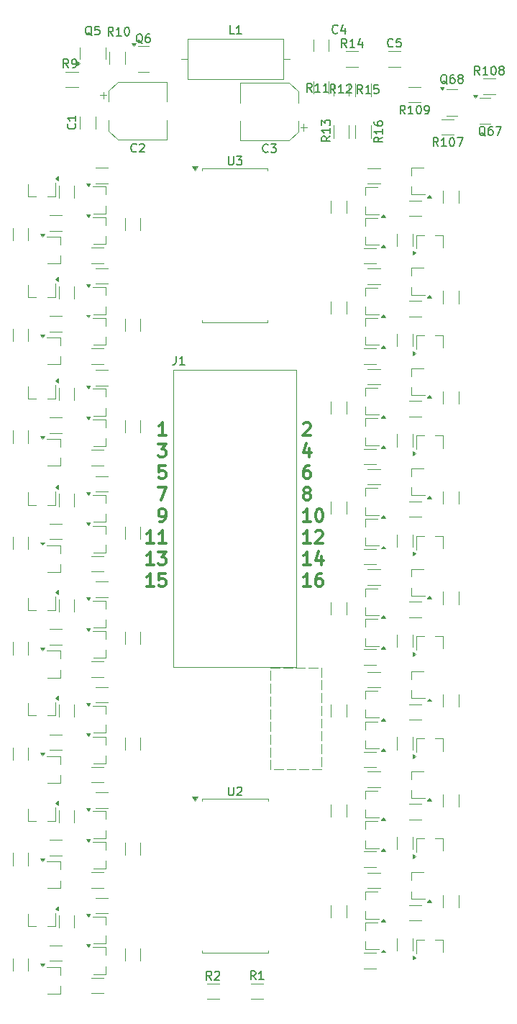
<source format=gbr>
%TF.GenerationSoftware,KiCad,Pcbnew,8.0.6*%
%TF.CreationDate,2024-12-14T19:09:49+00:00*%
%TF.ProjectId,micro,6d696372-6f2e-46b6-9963-61645f706362,rev?*%
%TF.SameCoordinates,Original*%
%TF.FileFunction,Legend,Top*%
%TF.FilePolarity,Positive*%
%FSLAX46Y46*%
G04 Gerber Fmt 4.6, Leading zero omitted, Abs format (unit mm)*
G04 Created by KiCad (PCBNEW 8.0.6) date 2024-12-14 19:09:49*
%MOMM*%
%LPD*%
G01*
G04 APERTURE LIST*
%ADD10C,0.300000*%
%ADD11C,0.150000*%
%ADD12C,0.120000*%
%ADD13C,0.100000*%
G04 APERTURE END LIST*
D10*
X140835602Y-89258328D02*
X140121316Y-89258328D01*
X140121316Y-89258328D02*
X140049888Y-89972614D01*
X140049888Y-89972614D02*
X140121316Y-89901185D01*
X140121316Y-89901185D02*
X140264174Y-89829757D01*
X140264174Y-89829757D02*
X140621316Y-89829757D01*
X140621316Y-89829757D02*
X140764174Y-89901185D01*
X140764174Y-89901185D02*
X140835602Y-89972614D01*
X140835602Y-89972614D02*
X140907031Y-90115471D01*
X140907031Y-90115471D02*
X140907031Y-90472614D01*
X140907031Y-90472614D02*
X140835602Y-90615471D01*
X140835602Y-90615471D02*
X140764174Y-90686900D01*
X140764174Y-90686900D02*
X140621316Y-90758328D01*
X140621316Y-90758328D02*
X140264174Y-90758328D01*
X140264174Y-90758328D02*
X140121316Y-90686900D01*
X140121316Y-90686900D02*
X140049888Y-90615471D01*
X157113195Y-84321185D02*
X157184623Y-84249757D01*
X157184623Y-84249757D02*
X157327481Y-84178328D01*
X157327481Y-84178328D02*
X157684623Y-84178328D01*
X157684623Y-84178328D02*
X157827481Y-84249757D01*
X157827481Y-84249757D02*
X157898909Y-84321185D01*
X157898909Y-84321185D02*
X157970338Y-84464042D01*
X157970338Y-84464042D02*
X157970338Y-84606900D01*
X157970338Y-84606900D02*
X157898909Y-84821185D01*
X157898909Y-84821185D02*
X157041766Y-85678328D01*
X157041766Y-85678328D02*
X157970338Y-85678328D01*
X157970338Y-100918328D02*
X157113195Y-100918328D01*
X157541766Y-100918328D02*
X157541766Y-99418328D01*
X157541766Y-99418328D02*
X157398909Y-99632614D01*
X157398909Y-99632614D02*
X157256052Y-99775471D01*
X157256052Y-99775471D02*
X157113195Y-99846900D01*
X159256052Y-99918328D02*
X159256052Y-100918328D01*
X158898909Y-99346900D02*
X158541766Y-100418328D01*
X158541766Y-100418328D02*
X159470337Y-100418328D01*
X157827481Y-87218328D02*
X157827481Y-88218328D01*
X157470338Y-86646900D02*
X157113195Y-87718328D01*
X157113195Y-87718328D02*
X158041766Y-87718328D01*
X157970338Y-95838328D02*
X157113195Y-95838328D01*
X157541766Y-95838328D02*
X157541766Y-94338328D01*
X157541766Y-94338328D02*
X157398909Y-94552614D01*
X157398909Y-94552614D02*
X157256052Y-94695471D01*
X157256052Y-94695471D02*
X157113195Y-94766900D01*
X158898909Y-94338328D02*
X159041766Y-94338328D01*
X159041766Y-94338328D02*
X159184623Y-94409757D01*
X159184623Y-94409757D02*
X159256052Y-94481185D01*
X159256052Y-94481185D02*
X159327480Y-94624042D01*
X159327480Y-94624042D02*
X159398909Y-94909757D01*
X159398909Y-94909757D02*
X159398909Y-95266900D01*
X159398909Y-95266900D02*
X159327480Y-95552614D01*
X159327480Y-95552614D02*
X159256052Y-95695471D01*
X159256052Y-95695471D02*
X159184623Y-95766900D01*
X159184623Y-95766900D02*
X159041766Y-95838328D01*
X159041766Y-95838328D02*
X158898909Y-95838328D01*
X158898909Y-95838328D02*
X158756052Y-95766900D01*
X158756052Y-95766900D02*
X158684623Y-95695471D01*
X158684623Y-95695471D02*
X158613194Y-95552614D01*
X158613194Y-95552614D02*
X158541766Y-95266900D01*
X158541766Y-95266900D02*
X158541766Y-94909757D01*
X158541766Y-94909757D02*
X158613194Y-94624042D01*
X158613194Y-94624042D02*
X158684623Y-94481185D01*
X158684623Y-94481185D02*
X158756052Y-94409757D01*
X158756052Y-94409757D02*
X158898909Y-94338328D01*
X139978459Y-86718328D02*
X140907031Y-86718328D01*
X140907031Y-86718328D02*
X140407031Y-87289757D01*
X140407031Y-87289757D02*
X140621316Y-87289757D01*
X140621316Y-87289757D02*
X140764174Y-87361185D01*
X140764174Y-87361185D02*
X140835602Y-87432614D01*
X140835602Y-87432614D02*
X140907031Y-87575471D01*
X140907031Y-87575471D02*
X140907031Y-87932614D01*
X140907031Y-87932614D02*
X140835602Y-88075471D01*
X140835602Y-88075471D02*
X140764174Y-88146900D01*
X140764174Y-88146900D02*
X140621316Y-88218328D01*
X140621316Y-88218328D02*
X140192745Y-88218328D01*
X140192745Y-88218328D02*
X140049888Y-88146900D01*
X140049888Y-88146900D02*
X139978459Y-88075471D01*
X140907031Y-85678328D02*
X140049888Y-85678328D01*
X140478459Y-85678328D02*
X140478459Y-84178328D01*
X140478459Y-84178328D02*
X140335602Y-84392614D01*
X140335602Y-84392614D02*
X140192745Y-84535471D01*
X140192745Y-84535471D02*
X140049888Y-84606900D01*
X139478460Y-103458328D02*
X138621317Y-103458328D01*
X139049888Y-103458328D02*
X139049888Y-101958328D01*
X139049888Y-101958328D02*
X138907031Y-102172614D01*
X138907031Y-102172614D02*
X138764174Y-102315471D01*
X138764174Y-102315471D02*
X138621317Y-102386900D01*
X140835602Y-101958328D02*
X140121316Y-101958328D01*
X140121316Y-101958328D02*
X140049888Y-102672614D01*
X140049888Y-102672614D02*
X140121316Y-102601185D01*
X140121316Y-102601185D02*
X140264174Y-102529757D01*
X140264174Y-102529757D02*
X140621316Y-102529757D01*
X140621316Y-102529757D02*
X140764174Y-102601185D01*
X140764174Y-102601185D02*
X140835602Y-102672614D01*
X140835602Y-102672614D02*
X140907031Y-102815471D01*
X140907031Y-102815471D02*
X140907031Y-103172614D01*
X140907031Y-103172614D02*
X140835602Y-103315471D01*
X140835602Y-103315471D02*
X140764174Y-103386900D01*
X140764174Y-103386900D02*
X140621316Y-103458328D01*
X140621316Y-103458328D02*
X140264174Y-103458328D01*
X140264174Y-103458328D02*
X140121316Y-103386900D01*
X140121316Y-103386900D02*
X140049888Y-103315471D01*
X139478460Y-98378328D02*
X138621317Y-98378328D01*
X139049888Y-98378328D02*
X139049888Y-96878328D01*
X139049888Y-96878328D02*
X138907031Y-97092614D01*
X138907031Y-97092614D02*
X138764174Y-97235471D01*
X138764174Y-97235471D02*
X138621317Y-97306900D01*
X140907031Y-98378328D02*
X140049888Y-98378328D01*
X140478459Y-98378328D02*
X140478459Y-96878328D01*
X140478459Y-96878328D02*
X140335602Y-97092614D01*
X140335602Y-97092614D02*
X140192745Y-97235471D01*
X140192745Y-97235471D02*
X140049888Y-97306900D01*
X157827481Y-89258328D02*
X157541766Y-89258328D01*
X157541766Y-89258328D02*
X157398909Y-89329757D01*
X157398909Y-89329757D02*
X157327481Y-89401185D01*
X157327481Y-89401185D02*
X157184623Y-89615471D01*
X157184623Y-89615471D02*
X157113195Y-89901185D01*
X157113195Y-89901185D02*
X157113195Y-90472614D01*
X157113195Y-90472614D02*
X157184623Y-90615471D01*
X157184623Y-90615471D02*
X157256052Y-90686900D01*
X157256052Y-90686900D02*
X157398909Y-90758328D01*
X157398909Y-90758328D02*
X157684623Y-90758328D01*
X157684623Y-90758328D02*
X157827481Y-90686900D01*
X157827481Y-90686900D02*
X157898909Y-90615471D01*
X157898909Y-90615471D02*
X157970338Y-90472614D01*
X157970338Y-90472614D02*
X157970338Y-90115471D01*
X157970338Y-90115471D02*
X157898909Y-89972614D01*
X157898909Y-89972614D02*
X157827481Y-89901185D01*
X157827481Y-89901185D02*
X157684623Y-89829757D01*
X157684623Y-89829757D02*
X157398909Y-89829757D01*
X157398909Y-89829757D02*
X157256052Y-89901185D01*
X157256052Y-89901185D02*
X157184623Y-89972614D01*
X157184623Y-89972614D02*
X157113195Y-90115471D01*
X140192745Y-95838328D02*
X140478459Y-95838328D01*
X140478459Y-95838328D02*
X140621316Y-95766900D01*
X140621316Y-95766900D02*
X140692745Y-95695471D01*
X140692745Y-95695471D02*
X140835602Y-95481185D01*
X140835602Y-95481185D02*
X140907031Y-95195471D01*
X140907031Y-95195471D02*
X140907031Y-94624042D01*
X140907031Y-94624042D02*
X140835602Y-94481185D01*
X140835602Y-94481185D02*
X140764174Y-94409757D01*
X140764174Y-94409757D02*
X140621316Y-94338328D01*
X140621316Y-94338328D02*
X140335602Y-94338328D01*
X140335602Y-94338328D02*
X140192745Y-94409757D01*
X140192745Y-94409757D02*
X140121316Y-94481185D01*
X140121316Y-94481185D02*
X140049888Y-94624042D01*
X140049888Y-94624042D02*
X140049888Y-94981185D01*
X140049888Y-94981185D02*
X140121316Y-95124042D01*
X140121316Y-95124042D02*
X140192745Y-95195471D01*
X140192745Y-95195471D02*
X140335602Y-95266900D01*
X140335602Y-95266900D02*
X140621316Y-95266900D01*
X140621316Y-95266900D02*
X140764174Y-95195471D01*
X140764174Y-95195471D02*
X140835602Y-95124042D01*
X140835602Y-95124042D02*
X140907031Y-94981185D01*
X139478460Y-100918328D02*
X138621317Y-100918328D01*
X139049888Y-100918328D02*
X139049888Y-99418328D01*
X139049888Y-99418328D02*
X138907031Y-99632614D01*
X138907031Y-99632614D02*
X138764174Y-99775471D01*
X138764174Y-99775471D02*
X138621317Y-99846900D01*
X139978459Y-99418328D02*
X140907031Y-99418328D01*
X140907031Y-99418328D02*
X140407031Y-99989757D01*
X140407031Y-99989757D02*
X140621316Y-99989757D01*
X140621316Y-99989757D02*
X140764174Y-100061185D01*
X140764174Y-100061185D02*
X140835602Y-100132614D01*
X140835602Y-100132614D02*
X140907031Y-100275471D01*
X140907031Y-100275471D02*
X140907031Y-100632614D01*
X140907031Y-100632614D02*
X140835602Y-100775471D01*
X140835602Y-100775471D02*
X140764174Y-100846900D01*
X140764174Y-100846900D02*
X140621316Y-100918328D01*
X140621316Y-100918328D02*
X140192745Y-100918328D01*
X140192745Y-100918328D02*
X140049888Y-100846900D01*
X140049888Y-100846900D02*
X139978459Y-100775471D01*
X139978459Y-91798328D02*
X140978459Y-91798328D01*
X140978459Y-91798328D02*
X140335602Y-93298328D01*
X157398909Y-92441185D02*
X157256052Y-92369757D01*
X157256052Y-92369757D02*
X157184623Y-92298328D01*
X157184623Y-92298328D02*
X157113195Y-92155471D01*
X157113195Y-92155471D02*
X157113195Y-92084042D01*
X157113195Y-92084042D02*
X157184623Y-91941185D01*
X157184623Y-91941185D02*
X157256052Y-91869757D01*
X157256052Y-91869757D02*
X157398909Y-91798328D01*
X157398909Y-91798328D02*
X157684623Y-91798328D01*
X157684623Y-91798328D02*
X157827481Y-91869757D01*
X157827481Y-91869757D02*
X157898909Y-91941185D01*
X157898909Y-91941185D02*
X157970338Y-92084042D01*
X157970338Y-92084042D02*
X157970338Y-92155471D01*
X157970338Y-92155471D02*
X157898909Y-92298328D01*
X157898909Y-92298328D02*
X157827481Y-92369757D01*
X157827481Y-92369757D02*
X157684623Y-92441185D01*
X157684623Y-92441185D02*
X157398909Y-92441185D01*
X157398909Y-92441185D02*
X157256052Y-92512614D01*
X157256052Y-92512614D02*
X157184623Y-92584042D01*
X157184623Y-92584042D02*
X157113195Y-92726900D01*
X157113195Y-92726900D02*
X157113195Y-93012614D01*
X157113195Y-93012614D02*
X157184623Y-93155471D01*
X157184623Y-93155471D02*
X157256052Y-93226900D01*
X157256052Y-93226900D02*
X157398909Y-93298328D01*
X157398909Y-93298328D02*
X157684623Y-93298328D01*
X157684623Y-93298328D02*
X157827481Y-93226900D01*
X157827481Y-93226900D02*
X157898909Y-93155471D01*
X157898909Y-93155471D02*
X157970338Y-93012614D01*
X157970338Y-93012614D02*
X157970338Y-92726900D01*
X157970338Y-92726900D02*
X157898909Y-92584042D01*
X157898909Y-92584042D02*
X157827481Y-92512614D01*
X157827481Y-92512614D02*
X157684623Y-92441185D01*
X157970338Y-103458328D02*
X157113195Y-103458328D01*
X157541766Y-103458328D02*
X157541766Y-101958328D01*
X157541766Y-101958328D02*
X157398909Y-102172614D01*
X157398909Y-102172614D02*
X157256052Y-102315471D01*
X157256052Y-102315471D02*
X157113195Y-102386900D01*
X159256052Y-101958328D02*
X158970337Y-101958328D01*
X158970337Y-101958328D02*
X158827480Y-102029757D01*
X158827480Y-102029757D02*
X158756052Y-102101185D01*
X158756052Y-102101185D02*
X158613194Y-102315471D01*
X158613194Y-102315471D02*
X158541766Y-102601185D01*
X158541766Y-102601185D02*
X158541766Y-103172614D01*
X158541766Y-103172614D02*
X158613194Y-103315471D01*
X158613194Y-103315471D02*
X158684623Y-103386900D01*
X158684623Y-103386900D02*
X158827480Y-103458328D01*
X158827480Y-103458328D02*
X159113194Y-103458328D01*
X159113194Y-103458328D02*
X159256052Y-103386900D01*
X159256052Y-103386900D02*
X159327480Y-103315471D01*
X159327480Y-103315471D02*
X159398909Y-103172614D01*
X159398909Y-103172614D02*
X159398909Y-102815471D01*
X159398909Y-102815471D02*
X159327480Y-102672614D01*
X159327480Y-102672614D02*
X159256052Y-102601185D01*
X159256052Y-102601185D02*
X159113194Y-102529757D01*
X159113194Y-102529757D02*
X158827480Y-102529757D01*
X158827480Y-102529757D02*
X158684623Y-102601185D01*
X158684623Y-102601185D02*
X158613194Y-102672614D01*
X158613194Y-102672614D02*
X158541766Y-102815471D01*
X157970338Y-98378328D02*
X157113195Y-98378328D01*
X157541766Y-98378328D02*
X157541766Y-96878328D01*
X157541766Y-96878328D02*
X157398909Y-97092614D01*
X157398909Y-97092614D02*
X157256052Y-97235471D01*
X157256052Y-97235471D02*
X157113195Y-97306900D01*
X158541766Y-97021185D02*
X158613194Y-96949757D01*
X158613194Y-96949757D02*
X158756052Y-96878328D01*
X158756052Y-96878328D02*
X159113194Y-96878328D01*
X159113194Y-96878328D02*
X159256052Y-96949757D01*
X159256052Y-96949757D02*
X159327480Y-97021185D01*
X159327480Y-97021185D02*
X159398909Y-97164042D01*
X159398909Y-97164042D02*
X159398909Y-97306900D01*
X159398909Y-97306900D02*
X159327480Y-97521185D01*
X159327480Y-97521185D02*
X158470337Y-98378328D01*
X158470337Y-98378328D02*
X159398909Y-98378328D01*
D11*
X177868565Y-43254819D02*
X177535232Y-42778628D01*
X177297137Y-43254819D02*
X177297137Y-42254819D01*
X177297137Y-42254819D02*
X177678089Y-42254819D01*
X177678089Y-42254819D02*
X177773327Y-42302438D01*
X177773327Y-42302438D02*
X177820946Y-42350057D01*
X177820946Y-42350057D02*
X177868565Y-42445295D01*
X177868565Y-42445295D02*
X177868565Y-42588152D01*
X177868565Y-42588152D02*
X177820946Y-42683390D01*
X177820946Y-42683390D02*
X177773327Y-42731009D01*
X177773327Y-42731009D02*
X177678089Y-42778628D01*
X177678089Y-42778628D02*
X177297137Y-42778628D01*
X178820946Y-43254819D02*
X178249518Y-43254819D01*
X178535232Y-43254819D02*
X178535232Y-42254819D01*
X178535232Y-42254819D02*
X178439994Y-42397676D01*
X178439994Y-42397676D02*
X178344756Y-42492914D01*
X178344756Y-42492914D02*
X178249518Y-42540533D01*
X179439994Y-42254819D02*
X179535232Y-42254819D01*
X179535232Y-42254819D02*
X179630470Y-42302438D01*
X179630470Y-42302438D02*
X179678089Y-42350057D01*
X179678089Y-42350057D02*
X179725708Y-42445295D01*
X179725708Y-42445295D02*
X179773327Y-42635771D01*
X179773327Y-42635771D02*
X179773327Y-42873866D01*
X179773327Y-42873866D02*
X179725708Y-43064342D01*
X179725708Y-43064342D02*
X179678089Y-43159580D01*
X179678089Y-43159580D02*
X179630470Y-43207200D01*
X179630470Y-43207200D02*
X179535232Y-43254819D01*
X179535232Y-43254819D02*
X179439994Y-43254819D01*
X179439994Y-43254819D02*
X179344756Y-43207200D01*
X179344756Y-43207200D02*
X179297137Y-43159580D01*
X179297137Y-43159580D02*
X179249518Y-43064342D01*
X179249518Y-43064342D02*
X179201899Y-42873866D01*
X179201899Y-42873866D02*
X179201899Y-42635771D01*
X179201899Y-42635771D02*
X179249518Y-42445295D01*
X179249518Y-42445295D02*
X179297137Y-42350057D01*
X179297137Y-42350057D02*
X179344756Y-42302438D01*
X179344756Y-42302438D02*
X179439994Y-42254819D01*
X180344756Y-42683390D02*
X180249518Y-42635771D01*
X180249518Y-42635771D02*
X180201899Y-42588152D01*
X180201899Y-42588152D02*
X180154280Y-42492914D01*
X180154280Y-42492914D02*
X180154280Y-42445295D01*
X180154280Y-42445295D02*
X180201899Y-42350057D01*
X180201899Y-42350057D02*
X180249518Y-42302438D01*
X180249518Y-42302438D02*
X180344756Y-42254819D01*
X180344756Y-42254819D02*
X180535232Y-42254819D01*
X180535232Y-42254819D02*
X180630470Y-42302438D01*
X180630470Y-42302438D02*
X180678089Y-42350057D01*
X180678089Y-42350057D02*
X180725708Y-42445295D01*
X180725708Y-42445295D02*
X180725708Y-42492914D01*
X180725708Y-42492914D02*
X180678089Y-42588152D01*
X180678089Y-42588152D02*
X180630470Y-42635771D01*
X180630470Y-42635771D02*
X180535232Y-42683390D01*
X180535232Y-42683390D02*
X180344756Y-42683390D01*
X180344756Y-42683390D02*
X180249518Y-42731009D01*
X180249518Y-42731009D02*
X180201899Y-42778628D01*
X180201899Y-42778628D02*
X180154280Y-42873866D01*
X180154280Y-42873866D02*
X180154280Y-43064342D01*
X180154280Y-43064342D02*
X180201899Y-43159580D01*
X180201899Y-43159580D02*
X180249518Y-43207200D01*
X180249518Y-43207200D02*
X180344756Y-43254819D01*
X180344756Y-43254819D02*
X180535232Y-43254819D01*
X180535232Y-43254819D02*
X180630470Y-43207200D01*
X180630470Y-43207200D02*
X180678089Y-43159580D01*
X180678089Y-43159580D02*
X180725708Y-43064342D01*
X180725708Y-43064342D02*
X180725708Y-42873866D01*
X180725708Y-42873866D02*
X180678089Y-42778628D01*
X180678089Y-42778628D02*
X180630470Y-42731009D01*
X180630470Y-42731009D02*
X180535232Y-42683390D01*
X172981065Y-51654819D02*
X172647732Y-51178628D01*
X172409637Y-51654819D02*
X172409637Y-50654819D01*
X172409637Y-50654819D02*
X172790589Y-50654819D01*
X172790589Y-50654819D02*
X172885827Y-50702438D01*
X172885827Y-50702438D02*
X172933446Y-50750057D01*
X172933446Y-50750057D02*
X172981065Y-50845295D01*
X172981065Y-50845295D02*
X172981065Y-50988152D01*
X172981065Y-50988152D02*
X172933446Y-51083390D01*
X172933446Y-51083390D02*
X172885827Y-51131009D01*
X172885827Y-51131009D02*
X172790589Y-51178628D01*
X172790589Y-51178628D02*
X172409637Y-51178628D01*
X173933446Y-51654819D02*
X173362018Y-51654819D01*
X173647732Y-51654819D02*
X173647732Y-50654819D01*
X173647732Y-50654819D02*
X173552494Y-50797676D01*
X173552494Y-50797676D02*
X173457256Y-50892914D01*
X173457256Y-50892914D02*
X173362018Y-50940533D01*
X174552494Y-50654819D02*
X174647732Y-50654819D01*
X174647732Y-50654819D02*
X174742970Y-50702438D01*
X174742970Y-50702438D02*
X174790589Y-50750057D01*
X174790589Y-50750057D02*
X174838208Y-50845295D01*
X174838208Y-50845295D02*
X174885827Y-51035771D01*
X174885827Y-51035771D02*
X174885827Y-51273866D01*
X174885827Y-51273866D02*
X174838208Y-51464342D01*
X174838208Y-51464342D02*
X174790589Y-51559580D01*
X174790589Y-51559580D02*
X174742970Y-51607200D01*
X174742970Y-51607200D02*
X174647732Y-51654819D01*
X174647732Y-51654819D02*
X174552494Y-51654819D01*
X174552494Y-51654819D02*
X174457256Y-51607200D01*
X174457256Y-51607200D02*
X174409637Y-51559580D01*
X174409637Y-51559580D02*
X174362018Y-51464342D01*
X174362018Y-51464342D02*
X174314399Y-51273866D01*
X174314399Y-51273866D02*
X174314399Y-51035771D01*
X174314399Y-51035771D02*
X174362018Y-50845295D01*
X174362018Y-50845295D02*
X174409637Y-50750057D01*
X174409637Y-50750057D02*
X174457256Y-50702438D01*
X174457256Y-50702438D02*
X174552494Y-50654819D01*
X175219161Y-50654819D02*
X175885827Y-50654819D01*
X175885827Y-50654819D02*
X175457256Y-51654819D01*
X169068565Y-47874819D02*
X168735232Y-47398628D01*
X168497137Y-47874819D02*
X168497137Y-46874819D01*
X168497137Y-46874819D02*
X168878089Y-46874819D01*
X168878089Y-46874819D02*
X168973327Y-46922438D01*
X168973327Y-46922438D02*
X169020946Y-46970057D01*
X169020946Y-46970057D02*
X169068565Y-47065295D01*
X169068565Y-47065295D02*
X169068565Y-47208152D01*
X169068565Y-47208152D02*
X169020946Y-47303390D01*
X169020946Y-47303390D02*
X168973327Y-47351009D01*
X168973327Y-47351009D02*
X168878089Y-47398628D01*
X168878089Y-47398628D02*
X168497137Y-47398628D01*
X170020946Y-47874819D02*
X169449518Y-47874819D01*
X169735232Y-47874819D02*
X169735232Y-46874819D01*
X169735232Y-46874819D02*
X169639994Y-47017676D01*
X169639994Y-47017676D02*
X169544756Y-47112914D01*
X169544756Y-47112914D02*
X169449518Y-47160533D01*
X170639994Y-46874819D02*
X170735232Y-46874819D01*
X170735232Y-46874819D02*
X170830470Y-46922438D01*
X170830470Y-46922438D02*
X170878089Y-46970057D01*
X170878089Y-46970057D02*
X170925708Y-47065295D01*
X170925708Y-47065295D02*
X170973327Y-47255771D01*
X170973327Y-47255771D02*
X170973327Y-47493866D01*
X170973327Y-47493866D02*
X170925708Y-47684342D01*
X170925708Y-47684342D02*
X170878089Y-47779580D01*
X170878089Y-47779580D02*
X170830470Y-47827200D01*
X170830470Y-47827200D02*
X170735232Y-47874819D01*
X170735232Y-47874819D02*
X170639994Y-47874819D01*
X170639994Y-47874819D02*
X170544756Y-47827200D01*
X170544756Y-47827200D02*
X170497137Y-47779580D01*
X170497137Y-47779580D02*
X170449518Y-47684342D01*
X170449518Y-47684342D02*
X170401899Y-47493866D01*
X170401899Y-47493866D02*
X170401899Y-47255771D01*
X170401899Y-47255771D02*
X170449518Y-47065295D01*
X170449518Y-47065295D02*
X170497137Y-46970057D01*
X170497137Y-46970057D02*
X170544756Y-46922438D01*
X170544756Y-46922438D02*
X170639994Y-46874819D01*
X171449518Y-47874819D02*
X171639994Y-47874819D01*
X171639994Y-47874819D02*
X171735232Y-47827200D01*
X171735232Y-47827200D02*
X171782851Y-47779580D01*
X171782851Y-47779580D02*
X171878089Y-47636723D01*
X171878089Y-47636723D02*
X171925708Y-47446247D01*
X171925708Y-47446247D02*
X171925708Y-47065295D01*
X171925708Y-47065295D02*
X171878089Y-46970057D01*
X171878089Y-46970057D02*
X171830470Y-46922438D01*
X171830470Y-46922438D02*
X171735232Y-46874819D01*
X171735232Y-46874819D02*
X171544756Y-46874819D01*
X171544756Y-46874819D02*
X171449518Y-46922438D01*
X171449518Y-46922438D02*
X171401899Y-46970057D01*
X171401899Y-46970057D02*
X171354280Y-47065295D01*
X171354280Y-47065295D02*
X171354280Y-47303390D01*
X171354280Y-47303390D02*
X171401899Y-47398628D01*
X171401899Y-47398628D02*
X171449518Y-47446247D01*
X171449518Y-47446247D02*
X171544756Y-47493866D01*
X171544756Y-47493866D02*
X171735232Y-47493866D01*
X171735232Y-47493866D02*
X171830470Y-47446247D01*
X171830470Y-47446247D02*
X171878089Y-47398628D01*
X171878089Y-47398628D02*
X171925708Y-47303390D01*
X174028684Y-44350057D02*
X173933446Y-44302438D01*
X173933446Y-44302438D02*
X173838208Y-44207200D01*
X173838208Y-44207200D02*
X173695351Y-44064342D01*
X173695351Y-44064342D02*
X173600113Y-44016723D01*
X173600113Y-44016723D02*
X173504875Y-44016723D01*
X173552494Y-44254819D02*
X173457256Y-44207200D01*
X173457256Y-44207200D02*
X173362018Y-44111961D01*
X173362018Y-44111961D02*
X173314399Y-43921485D01*
X173314399Y-43921485D02*
X173314399Y-43588152D01*
X173314399Y-43588152D02*
X173362018Y-43397676D01*
X173362018Y-43397676D02*
X173457256Y-43302438D01*
X173457256Y-43302438D02*
X173552494Y-43254819D01*
X173552494Y-43254819D02*
X173742970Y-43254819D01*
X173742970Y-43254819D02*
X173838208Y-43302438D01*
X173838208Y-43302438D02*
X173933446Y-43397676D01*
X173933446Y-43397676D02*
X173981065Y-43588152D01*
X173981065Y-43588152D02*
X173981065Y-43921485D01*
X173981065Y-43921485D02*
X173933446Y-44111961D01*
X173933446Y-44111961D02*
X173838208Y-44207200D01*
X173838208Y-44207200D02*
X173742970Y-44254819D01*
X173742970Y-44254819D02*
X173552494Y-44254819D01*
X174838208Y-43254819D02*
X174647732Y-43254819D01*
X174647732Y-43254819D02*
X174552494Y-43302438D01*
X174552494Y-43302438D02*
X174504875Y-43350057D01*
X174504875Y-43350057D02*
X174409637Y-43492914D01*
X174409637Y-43492914D02*
X174362018Y-43683390D01*
X174362018Y-43683390D02*
X174362018Y-44064342D01*
X174362018Y-44064342D02*
X174409637Y-44159580D01*
X174409637Y-44159580D02*
X174457256Y-44207200D01*
X174457256Y-44207200D02*
X174552494Y-44254819D01*
X174552494Y-44254819D02*
X174742970Y-44254819D01*
X174742970Y-44254819D02*
X174838208Y-44207200D01*
X174838208Y-44207200D02*
X174885827Y-44159580D01*
X174885827Y-44159580D02*
X174933446Y-44064342D01*
X174933446Y-44064342D02*
X174933446Y-43826247D01*
X174933446Y-43826247D02*
X174885827Y-43731009D01*
X174885827Y-43731009D02*
X174838208Y-43683390D01*
X174838208Y-43683390D02*
X174742970Y-43635771D01*
X174742970Y-43635771D02*
X174552494Y-43635771D01*
X174552494Y-43635771D02*
X174457256Y-43683390D01*
X174457256Y-43683390D02*
X174409637Y-43731009D01*
X174409637Y-43731009D02*
X174362018Y-43826247D01*
X175504875Y-43683390D02*
X175409637Y-43635771D01*
X175409637Y-43635771D02*
X175362018Y-43588152D01*
X175362018Y-43588152D02*
X175314399Y-43492914D01*
X175314399Y-43492914D02*
X175314399Y-43445295D01*
X175314399Y-43445295D02*
X175362018Y-43350057D01*
X175362018Y-43350057D02*
X175409637Y-43302438D01*
X175409637Y-43302438D02*
X175504875Y-43254819D01*
X175504875Y-43254819D02*
X175695351Y-43254819D01*
X175695351Y-43254819D02*
X175790589Y-43302438D01*
X175790589Y-43302438D02*
X175838208Y-43350057D01*
X175838208Y-43350057D02*
X175885827Y-43445295D01*
X175885827Y-43445295D02*
X175885827Y-43492914D01*
X175885827Y-43492914D02*
X175838208Y-43588152D01*
X175838208Y-43588152D02*
X175790589Y-43635771D01*
X175790589Y-43635771D02*
X175695351Y-43683390D01*
X175695351Y-43683390D02*
X175504875Y-43683390D01*
X175504875Y-43683390D02*
X175409637Y-43731009D01*
X175409637Y-43731009D02*
X175362018Y-43778628D01*
X175362018Y-43778628D02*
X175314399Y-43873866D01*
X175314399Y-43873866D02*
X175314399Y-44064342D01*
X175314399Y-44064342D02*
X175362018Y-44159580D01*
X175362018Y-44159580D02*
X175409637Y-44207200D01*
X175409637Y-44207200D02*
X175504875Y-44254819D01*
X175504875Y-44254819D02*
X175695351Y-44254819D01*
X175695351Y-44254819D02*
X175790589Y-44207200D01*
X175790589Y-44207200D02*
X175838208Y-44159580D01*
X175838208Y-44159580D02*
X175885827Y-44064342D01*
X175885827Y-44064342D02*
X175885827Y-43873866D01*
X175885827Y-43873866D02*
X175838208Y-43778628D01*
X175838208Y-43778628D02*
X175790589Y-43731009D01*
X175790589Y-43731009D02*
X175695351Y-43683390D01*
X178528684Y-50450057D02*
X178433446Y-50402438D01*
X178433446Y-50402438D02*
X178338208Y-50307200D01*
X178338208Y-50307200D02*
X178195351Y-50164342D01*
X178195351Y-50164342D02*
X178100113Y-50116723D01*
X178100113Y-50116723D02*
X178004875Y-50116723D01*
X178052494Y-50354819D02*
X177957256Y-50307200D01*
X177957256Y-50307200D02*
X177862018Y-50211961D01*
X177862018Y-50211961D02*
X177814399Y-50021485D01*
X177814399Y-50021485D02*
X177814399Y-49688152D01*
X177814399Y-49688152D02*
X177862018Y-49497676D01*
X177862018Y-49497676D02*
X177957256Y-49402438D01*
X177957256Y-49402438D02*
X178052494Y-49354819D01*
X178052494Y-49354819D02*
X178242970Y-49354819D01*
X178242970Y-49354819D02*
X178338208Y-49402438D01*
X178338208Y-49402438D02*
X178433446Y-49497676D01*
X178433446Y-49497676D02*
X178481065Y-49688152D01*
X178481065Y-49688152D02*
X178481065Y-50021485D01*
X178481065Y-50021485D02*
X178433446Y-50211961D01*
X178433446Y-50211961D02*
X178338208Y-50307200D01*
X178338208Y-50307200D02*
X178242970Y-50354819D01*
X178242970Y-50354819D02*
X178052494Y-50354819D01*
X179338208Y-49354819D02*
X179147732Y-49354819D01*
X179147732Y-49354819D02*
X179052494Y-49402438D01*
X179052494Y-49402438D02*
X179004875Y-49450057D01*
X179004875Y-49450057D02*
X178909637Y-49592914D01*
X178909637Y-49592914D02*
X178862018Y-49783390D01*
X178862018Y-49783390D02*
X178862018Y-50164342D01*
X178862018Y-50164342D02*
X178909637Y-50259580D01*
X178909637Y-50259580D02*
X178957256Y-50307200D01*
X178957256Y-50307200D02*
X179052494Y-50354819D01*
X179052494Y-50354819D02*
X179242970Y-50354819D01*
X179242970Y-50354819D02*
X179338208Y-50307200D01*
X179338208Y-50307200D02*
X179385827Y-50259580D01*
X179385827Y-50259580D02*
X179433446Y-50164342D01*
X179433446Y-50164342D02*
X179433446Y-49926247D01*
X179433446Y-49926247D02*
X179385827Y-49831009D01*
X179385827Y-49831009D02*
X179338208Y-49783390D01*
X179338208Y-49783390D02*
X179242970Y-49735771D01*
X179242970Y-49735771D02*
X179052494Y-49735771D01*
X179052494Y-49735771D02*
X178957256Y-49783390D01*
X178957256Y-49783390D02*
X178909637Y-49831009D01*
X178909637Y-49831009D02*
X178862018Y-49926247D01*
X179766780Y-49354819D02*
X180433446Y-49354819D01*
X180433446Y-49354819D02*
X180004875Y-50354819D01*
X146283333Y-149734819D02*
X145950000Y-149258628D01*
X145711905Y-149734819D02*
X145711905Y-148734819D01*
X145711905Y-148734819D02*
X146092857Y-148734819D01*
X146092857Y-148734819D02*
X146188095Y-148782438D01*
X146188095Y-148782438D02*
X146235714Y-148830057D01*
X146235714Y-148830057D02*
X146283333Y-148925295D01*
X146283333Y-148925295D02*
X146283333Y-149068152D01*
X146283333Y-149068152D02*
X146235714Y-149163390D01*
X146235714Y-149163390D02*
X146188095Y-149211009D01*
X146188095Y-149211009D02*
X146092857Y-149258628D01*
X146092857Y-149258628D02*
X145711905Y-149258628D01*
X146664286Y-148830057D02*
X146711905Y-148782438D01*
X146711905Y-148782438D02*
X146807143Y-148734819D01*
X146807143Y-148734819D02*
X147045238Y-148734819D01*
X147045238Y-148734819D02*
X147140476Y-148782438D01*
X147140476Y-148782438D02*
X147188095Y-148830057D01*
X147188095Y-148830057D02*
X147235714Y-148925295D01*
X147235714Y-148925295D02*
X147235714Y-149020533D01*
X147235714Y-149020533D02*
X147188095Y-149163390D01*
X147188095Y-149163390D02*
X146616667Y-149734819D01*
X146616667Y-149734819D02*
X147235714Y-149734819D01*
X148298095Y-127044819D02*
X148298095Y-127854342D01*
X148298095Y-127854342D02*
X148345714Y-127949580D01*
X148345714Y-127949580D02*
X148393333Y-127997200D01*
X148393333Y-127997200D02*
X148488571Y-128044819D01*
X148488571Y-128044819D02*
X148679047Y-128044819D01*
X148679047Y-128044819D02*
X148774285Y-127997200D01*
X148774285Y-127997200D02*
X148821904Y-127949580D01*
X148821904Y-127949580D02*
X148869523Y-127854342D01*
X148869523Y-127854342D02*
X148869523Y-127044819D01*
X149298095Y-127140057D02*
X149345714Y-127092438D01*
X149345714Y-127092438D02*
X149440952Y-127044819D01*
X149440952Y-127044819D02*
X149679047Y-127044819D01*
X149679047Y-127044819D02*
X149774285Y-127092438D01*
X149774285Y-127092438D02*
X149821904Y-127140057D01*
X149821904Y-127140057D02*
X149869523Y-127235295D01*
X149869523Y-127235295D02*
X149869523Y-127330533D01*
X149869523Y-127330533D02*
X149821904Y-127473390D01*
X149821904Y-127473390D02*
X149250476Y-128044819D01*
X149250476Y-128044819D02*
X149869523Y-128044819D01*
X164057142Y-45454819D02*
X163723809Y-44978628D01*
X163485714Y-45454819D02*
X163485714Y-44454819D01*
X163485714Y-44454819D02*
X163866666Y-44454819D01*
X163866666Y-44454819D02*
X163961904Y-44502438D01*
X163961904Y-44502438D02*
X164009523Y-44550057D01*
X164009523Y-44550057D02*
X164057142Y-44645295D01*
X164057142Y-44645295D02*
X164057142Y-44788152D01*
X164057142Y-44788152D02*
X164009523Y-44883390D01*
X164009523Y-44883390D02*
X163961904Y-44931009D01*
X163961904Y-44931009D02*
X163866666Y-44978628D01*
X163866666Y-44978628D02*
X163485714Y-44978628D01*
X165009523Y-45454819D02*
X164438095Y-45454819D01*
X164723809Y-45454819D02*
X164723809Y-44454819D01*
X164723809Y-44454819D02*
X164628571Y-44597676D01*
X164628571Y-44597676D02*
X164533333Y-44692914D01*
X164533333Y-44692914D02*
X164438095Y-44740533D01*
X165914285Y-44454819D02*
X165438095Y-44454819D01*
X165438095Y-44454819D02*
X165390476Y-44931009D01*
X165390476Y-44931009D02*
X165438095Y-44883390D01*
X165438095Y-44883390D02*
X165533333Y-44835771D01*
X165533333Y-44835771D02*
X165771428Y-44835771D01*
X165771428Y-44835771D02*
X165866666Y-44883390D01*
X165866666Y-44883390D02*
X165914285Y-44931009D01*
X165914285Y-44931009D02*
X165961904Y-45026247D01*
X165961904Y-45026247D02*
X165961904Y-45264342D01*
X165961904Y-45264342D02*
X165914285Y-45359580D01*
X165914285Y-45359580D02*
X165866666Y-45407200D01*
X165866666Y-45407200D02*
X165771428Y-45454819D01*
X165771428Y-45454819D02*
X165533333Y-45454819D01*
X165533333Y-45454819D02*
X165438095Y-45407200D01*
X165438095Y-45407200D02*
X165390476Y-45359580D01*
X134707142Y-38654819D02*
X134373809Y-38178628D01*
X134135714Y-38654819D02*
X134135714Y-37654819D01*
X134135714Y-37654819D02*
X134516666Y-37654819D01*
X134516666Y-37654819D02*
X134611904Y-37702438D01*
X134611904Y-37702438D02*
X134659523Y-37750057D01*
X134659523Y-37750057D02*
X134707142Y-37845295D01*
X134707142Y-37845295D02*
X134707142Y-37988152D01*
X134707142Y-37988152D02*
X134659523Y-38083390D01*
X134659523Y-38083390D02*
X134611904Y-38131009D01*
X134611904Y-38131009D02*
X134516666Y-38178628D01*
X134516666Y-38178628D02*
X134135714Y-38178628D01*
X135659523Y-38654819D02*
X135088095Y-38654819D01*
X135373809Y-38654819D02*
X135373809Y-37654819D01*
X135373809Y-37654819D02*
X135278571Y-37797676D01*
X135278571Y-37797676D02*
X135183333Y-37892914D01*
X135183333Y-37892914D02*
X135088095Y-37940533D01*
X136278571Y-37654819D02*
X136373809Y-37654819D01*
X136373809Y-37654819D02*
X136469047Y-37702438D01*
X136469047Y-37702438D02*
X136516666Y-37750057D01*
X136516666Y-37750057D02*
X136564285Y-37845295D01*
X136564285Y-37845295D02*
X136611904Y-38035771D01*
X136611904Y-38035771D02*
X136611904Y-38273866D01*
X136611904Y-38273866D02*
X136564285Y-38464342D01*
X136564285Y-38464342D02*
X136516666Y-38559580D01*
X136516666Y-38559580D02*
X136469047Y-38607200D01*
X136469047Y-38607200D02*
X136373809Y-38654819D01*
X136373809Y-38654819D02*
X136278571Y-38654819D01*
X136278571Y-38654819D02*
X136183333Y-38607200D01*
X136183333Y-38607200D02*
X136135714Y-38559580D01*
X136135714Y-38559580D02*
X136088095Y-38464342D01*
X136088095Y-38464342D02*
X136040476Y-38273866D01*
X136040476Y-38273866D02*
X136040476Y-38035771D01*
X136040476Y-38035771D02*
X136088095Y-37845295D01*
X136088095Y-37845295D02*
X136135714Y-37750057D01*
X136135714Y-37750057D02*
X136183333Y-37702438D01*
X136183333Y-37702438D02*
X136278571Y-37654819D01*
X138167261Y-39550057D02*
X138072023Y-39502438D01*
X138072023Y-39502438D02*
X137976785Y-39407200D01*
X137976785Y-39407200D02*
X137833928Y-39264342D01*
X137833928Y-39264342D02*
X137738690Y-39216723D01*
X137738690Y-39216723D02*
X137643452Y-39216723D01*
X137691071Y-39454819D02*
X137595833Y-39407200D01*
X137595833Y-39407200D02*
X137500595Y-39311961D01*
X137500595Y-39311961D02*
X137452976Y-39121485D01*
X137452976Y-39121485D02*
X137452976Y-38788152D01*
X137452976Y-38788152D02*
X137500595Y-38597676D01*
X137500595Y-38597676D02*
X137595833Y-38502438D01*
X137595833Y-38502438D02*
X137691071Y-38454819D01*
X137691071Y-38454819D02*
X137881547Y-38454819D01*
X137881547Y-38454819D02*
X137976785Y-38502438D01*
X137976785Y-38502438D02*
X138072023Y-38597676D01*
X138072023Y-38597676D02*
X138119642Y-38788152D01*
X138119642Y-38788152D02*
X138119642Y-39121485D01*
X138119642Y-39121485D02*
X138072023Y-39311961D01*
X138072023Y-39311961D02*
X137976785Y-39407200D01*
X137976785Y-39407200D02*
X137881547Y-39454819D01*
X137881547Y-39454819D02*
X137691071Y-39454819D01*
X138976785Y-38454819D02*
X138786309Y-38454819D01*
X138786309Y-38454819D02*
X138691071Y-38502438D01*
X138691071Y-38502438D02*
X138643452Y-38550057D01*
X138643452Y-38550057D02*
X138548214Y-38692914D01*
X138548214Y-38692914D02*
X138500595Y-38883390D01*
X138500595Y-38883390D02*
X138500595Y-39264342D01*
X138500595Y-39264342D02*
X138548214Y-39359580D01*
X138548214Y-39359580D02*
X138595833Y-39407200D01*
X138595833Y-39407200D02*
X138691071Y-39454819D01*
X138691071Y-39454819D02*
X138881547Y-39454819D01*
X138881547Y-39454819D02*
X138976785Y-39407200D01*
X138976785Y-39407200D02*
X139024404Y-39359580D01*
X139024404Y-39359580D02*
X139072023Y-39264342D01*
X139072023Y-39264342D02*
X139072023Y-39026247D01*
X139072023Y-39026247D02*
X139024404Y-38931009D01*
X139024404Y-38931009D02*
X138976785Y-38883390D01*
X138976785Y-38883390D02*
X138881547Y-38835771D01*
X138881547Y-38835771D02*
X138691071Y-38835771D01*
X138691071Y-38835771D02*
X138595833Y-38883390D01*
X138595833Y-38883390D02*
X138548214Y-38931009D01*
X138548214Y-38931009D02*
X138500595Y-39026247D01*
X167645833Y-39909580D02*
X167598214Y-39957200D01*
X167598214Y-39957200D02*
X167455357Y-40004819D01*
X167455357Y-40004819D02*
X167360119Y-40004819D01*
X167360119Y-40004819D02*
X167217262Y-39957200D01*
X167217262Y-39957200D02*
X167122024Y-39861961D01*
X167122024Y-39861961D02*
X167074405Y-39766723D01*
X167074405Y-39766723D02*
X167026786Y-39576247D01*
X167026786Y-39576247D02*
X167026786Y-39433390D01*
X167026786Y-39433390D02*
X167074405Y-39242914D01*
X167074405Y-39242914D02*
X167122024Y-39147676D01*
X167122024Y-39147676D02*
X167217262Y-39052438D01*
X167217262Y-39052438D02*
X167360119Y-39004819D01*
X167360119Y-39004819D02*
X167455357Y-39004819D01*
X167455357Y-39004819D02*
X167598214Y-39052438D01*
X167598214Y-39052438D02*
X167645833Y-39100057D01*
X168550595Y-39004819D02*
X168074405Y-39004819D01*
X168074405Y-39004819D02*
X168026786Y-39481009D01*
X168026786Y-39481009D02*
X168074405Y-39433390D01*
X168074405Y-39433390D02*
X168169643Y-39385771D01*
X168169643Y-39385771D02*
X168407738Y-39385771D01*
X168407738Y-39385771D02*
X168502976Y-39433390D01*
X168502976Y-39433390D02*
X168550595Y-39481009D01*
X168550595Y-39481009D02*
X168598214Y-39576247D01*
X168598214Y-39576247D02*
X168598214Y-39814342D01*
X168598214Y-39814342D02*
X168550595Y-39909580D01*
X168550595Y-39909580D02*
X168502976Y-39957200D01*
X168502976Y-39957200D02*
X168407738Y-40004819D01*
X168407738Y-40004819D02*
X168169643Y-40004819D01*
X168169643Y-40004819D02*
X168074405Y-39957200D01*
X168074405Y-39957200D02*
X168026786Y-39909580D01*
X161133333Y-38309580D02*
X161085714Y-38357200D01*
X161085714Y-38357200D02*
X160942857Y-38404819D01*
X160942857Y-38404819D02*
X160847619Y-38404819D01*
X160847619Y-38404819D02*
X160704762Y-38357200D01*
X160704762Y-38357200D02*
X160609524Y-38261961D01*
X160609524Y-38261961D02*
X160561905Y-38166723D01*
X160561905Y-38166723D02*
X160514286Y-37976247D01*
X160514286Y-37976247D02*
X160514286Y-37833390D01*
X160514286Y-37833390D02*
X160561905Y-37642914D01*
X160561905Y-37642914D02*
X160609524Y-37547676D01*
X160609524Y-37547676D02*
X160704762Y-37452438D01*
X160704762Y-37452438D02*
X160847619Y-37404819D01*
X160847619Y-37404819D02*
X160942857Y-37404819D01*
X160942857Y-37404819D02*
X161085714Y-37452438D01*
X161085714Y-37452438D02*
X161133333Y-37500057D01*
X161990476Y-37738152D02*
X161990476Y-38404819D01*
X161752381Y-37357200D02*
X161514286Y-38071485D01*
X161514286Y-38071485D02*
X162133333Y-38071485D01*
X160857142Y-45404819D02*
X160523809Y-44928628D01*
X160285714Y-45404819D02*
X160285714Y-44404819D01*
X160285714Y-44404819D02*
X160666666Y-44404819D01*
X160666666Y-44404819D02*
X160761904Y-44452438D01*
X160761904Y-44452438D02*
X160809523Y-44500057D01*
X160809523Y-44500057D02*
X160857142Y-44595295D01*
X160857142Y-44595295D02*
X160857142Y-44738152D01*
X160857142Y-44738152D02*
X160809523Y-44833390D01*
X160809523Y-44833390D02*
X160761904Y-44881009D01*
X160761904Y-44881009D02*
X160666666Y-44928628D01*
X160666666Y-44928628D02*
X160285714Y-44928628D01*
X161809523Y-45404819D02*
X161238095Y-45404819D01*
X161523809Y-45404819D02*
X161523809Y-44404819D01*
X161523809Y-44404819D02*
X161428571Y-44547676D01*
X161428571Y-44547676D02*
X161333333Y-44642914D01*
X161333333Y-44642914D02*
X161238095Y-44690533D01*
X162190476Y-44500057D02*
X162238095Y-44452438D01*
X162238095Y-44452438D02*
X162333333Y-44404819D01*
X162333333Y-44404819D02*
X162571428Y-44404819D01*
X162571428Y-44404819D02*
X162666666Y-44452438D01*
X162666666Y-44452438D02*
X162714285Y-44500057D01*
X162714285Y-44500057D02*
X162761904Y-44595295D01*
X162761904Y-44595295D02*
X162761904Y-44690533D01*
X162761904Y-44690533D02*
X162714285Y-44833390D01*
X162714285Y-44833390D02*
X162142857Y-45404819D01*
X162142857Y-45404819D02*
X162761904Y-45404819D01*
X151483333Y-149704819D02*
X151150000Y-149228628D01*
X150911905Y-149704819D02*
X150911905Y-148704819D01*
X150911905Y-148704819D02*
X151292857Y-148704819D01*
X151292857Y-148704819D02*
X151388095Y-148752438D01*
X151388095Y-148752438D02*
X151435714Y-148800057D01*
X151435714Y-148800057D02*
X151483333Y-148895295D01*
X151483333Y-148895295D02*
X151483333Y-149038152D01*
X151483333Y-149038152D02*
X151435714Y-149133390D01*
X151435714Y-149133390D02*
X151388095Y-149181009D01*
X151388095Y-149181009D02*
X151292857Y-149228628D01*
X151292857Y-149228628D02*
X150911905Y-149228628D01*
X152435714Y-149704819D02*
X151864286Y-149704819D01*
X152150000Y-149704819D02*
X152150000Y-148704819D01*
X152150000Y-148704819D02*
X152054762Y-148847676D01*
X152054762Y-148847676D02*
X151959524Y-148942914D01*
X151959524Y-148942914D02*
X151864286Y-148990533D01*
X158107142Y-45254819D02*
X157773809Y-44778628D01*
X157535714Y-45254819D02*
X157535714Y-44254819D01*
X157535714Y-44254819D02*
X157916666Y-44254819D01*
X157916666Y-44254819D02*
X158011904Y-44302438D01*
X158011904Y-44302438D02*
X158059523Y-44350057D01*
X158059523Y-44350057D02*
X158107142Y-44445295D01*
X158107142Y-44445295D02*
X158107142Y-44588152D01*
X158107142Y-44588152D02*
X158059523Y-44683390D01*
X158059523Y-44683390D02*
X158011904Y-44731009D01*
X158011904Y-44731009D02*
X157916666Y-44778628D01*
X157916666Y-44778628D02*
X157535714Y-44778628D01*
X159059523Y-45254819D02*
X158488095Y-45254819D01*
X158773809Y-45254819D02*
X158773809Y-44254819D01*
X158773809Y-44254819D02*
X158678571Y-44397676D01*
X158678571Y-44397676D02*
X158583333Y-44492914D01*
X158583333Y-44492914D02*
X158488095Y-44540533D01*
X160011904Y-45254819D02*
X159440476Y-45254819D01*
X159726190Y-45254819D02*
X159726190Y-44254819D01*
X159726190Y-44254819D02*
X159630952Y-44397676D01*
X159630952Y-44397676D02*
X159535714Y-44492914D01*
X159535714Y-44492914D02*
X159440476Y-44540533D01*
X142116666Y-76354819D02*
X142116666Y-77069104D01*
X142116666Y-77069104D02*
X142069047Y-77211961D01*
X142069047Y-77211961D02*
X141973809Y-77307200D01*
X141973809Y-77307200D02*
X141830952Y-77354819D01*
X141830952Y-77354819D02*
X141735714Y-77354819D01*
X143116666Y-77354819D02*
X142545238Y-77354819D01*
X142830952Y-77354819D02*
X142830952Y-76354819D01*
X142830952Y-76354819D02*
X142735714Y-76497676D01*
X142735714Y-76497676D02*
X142640476Y-76592914D01*
X142640476Y-76592914D02*
X142545238Y-76640533D01*
X166424819Y-50592857D02*
X165948628Y-50926190D01*
X166424819Y-51164285D02*
X165424819Y-51164285D01*
X165424819Y-51164285D02*
X165424819Y-50783333D01*
X165424819Y-50783333D02*
X165472438Y-50688095D01*
X165472438Y-50688095D02*
X165520057Y-50640476D01*
X165520057Y-50640476D02*
X165615295Y-50592857D01*
X165615295Y-50592857D02*
X165758152Y-50592857D01*
X165758152Y-50592857D02*
X165853390Y-50640476D01*
X165853390Y-50640476D02*
X165901009Y-50688095D01*
X165901009Y-50688095D02*
X165948628Y-50783333D01*
X165948628Y-50783333D02*
X165948628Y-51164285D01*
X166424819Y-49640476D02*
X166424819Y-50211904D01*
X166424819Y-49926190D02*
X165424819Y-49926190D01*
X165424819Y-49926190D02*
X165567676Y-50021428D01*
X165567676Y-50021428D02*
X165662914Y-50116666D01*
X165662914Y-50116666D02*
X165710533Y-50211904D01*
X165424819Y-48783333D02*
X165424819Y-48973809D01*
X165424819Y-48973809D02*
X165472438Y-49069047D01*
X165472438Y-49069047D02*
X165520057Y-49116666D01*
X165520057Y-49116666D02*
X165662914Y-49211904D01*
X165662914Y-49211904D02*
X165853390Y-49259523D01*
X165853390Y-49259523D02*
X166234342Y-49259523D01*
X166234342Y-49259523D02*
X166329580Y-49211904D01*
X166329580Y-49211904D02*
X166377200Y-49164285D01*
X166377200Y-49164285D02*
X166424819Y-49069047D01*
X166424819Y-49069047D02*
X166424819Y-48878571D01*
X166424819Y-48878571D02*
X166377200Y-48783333D01*
X166377200Y-48783333D02*
X166329580Y-48735714D01*
X166329580Y-48735714D02*
X166234342Y-48688095D01*
X166234342Y-48688095D02*
X165996247Y-48688095D01*
X165996247Y-48688095D02*
X165901009Y-48735714D01*
X165901009Y-48735714D02*
X165853390Y-48783333D01*
X165853390Y-48783333D02*
X165805771Y-48878571D01*
X165805771Y-48878571D02*
X165805771Y-49069047D01*
X165805771Y-49069047D02*
X165853390Y-49164285D01*
X165853390Y-49164285D02*
X165901009Y-49211904D01*
X165901009Y-49211904D02*
X165996247Y-49259523D01*
X148940833Y-38449819D02*
X148464643Y-38449819D01*
X148464643Y-38449819D02*
X148464643Y-37449819D01*
X149797976Y-38449819D02*
X149226548Y-38449819D01*
X149512262Y-38449819D02*
X149512262Y-37449819D01*
X149512262Y-37449819D02*
X149417024Y-37592676D01*
X149417024Y-37592676D02*
X149321786Y-37687914D01*
X149321786Y-37687914D02*
X149226548Y-37735533D01*
X160254819Y-50492857D02*
X159778628Y-50826190D01*
X160254819Y-51064285D02*
X159254819Y-51064285D01*
X159254819Y-51064285D02*
X159254819Y-50683333D01*
X159254819Y-50683333D02*
X159302438Y-50588095D01*
X159302438Y-50588095D02*
X159350057Y-50540476D01*
X159350057Y-50540476D02*
X159445295Y-50492857D01*
X159445295Y-50492857D02*
X159588152Y-50492857D01*
X159588152Y-50492857D02*
X159683390Y-50540476D01*
X159683390Y-50540476D02*
X159731009Y-50588095D01*
X159731009Y-50588095D02*
X159778628Y-50683333D01*
X159778628Y-50683333D02*
X159778628Y-51064285D01*
X160254819Y-49540476D02*
X160254819Y-50111904D01*
X160254819Y-49826190D02*
X159254819Y-49826190D01*
X159254819Y-49826190D02*
X159397676Y-49921428D01*
X159397676Y-49921428D02*
X159492914Y-50016666D01*
X159492914Y-50016666D02*
X159540533Y-50111904D01*
X159254819Y-49207142D02*
X159254819Y-48588095D01*
X159254819Y-48588095D02*
X159635771Y-48921428D01*
X159635771Y-48921428D02*
X159635771Y-48778571D01*
X159635771Y-48778571D02*
X159683390Y-48683333D01*
X159683390Y-48683333D02*
X159731009Y-48635714D01*
X159731009Y-48635714D02*
X159826247Y-48588095D01*
X159826247Y-48588095D02*
X160064342Y-48588095D01*
X160064342Y-48588095D02*
X160159580Y-48635714D01*
X160159580Y-48635714D02*
X160207200Y-48683333D01*
X160207200Y-48683333D02*
X160254819Y-48778571D01*
X160254819Y-48778571D02*
X160254819Y-49064285D01*
X160254819Y-49064285D02*
X160207200Y-49159523D01*
X160207200Y-49159523D02*
X160159580Y-49207142D01*
X129433333Y-42404819D02*
X129100000Y-41928628D01*
X128861905Y-42404819D02*
X128861905Y-41404819D01*
X128861905Y-41404819D02*
X129242857Y-41404819D01*
X129242857Y-41404819D02*
X129338095Y-41452438D01*
X129338095Y-41452438D02*
X129385714Y-41500057D01*
X129385714Y-41500057D02*
X129433333Y-41595295D01*
X129433333Y-41595295D02*
X129433333Y-41738152D01*
X129433333Y-41738152D02*
X129385714Y-41833390D01*
X129385714Y-41833390D02*
X129338095Y-41881009D01*
X129338095Y-41881009D02*
X129242857Y-41928628D01*
X129242857Y-41928628D02*
X128861905Y-41928628D01*
X129909524Y-42404819D02*
X130100000Y-42404819D01*
X130100000Y-42404819D02*
X130195238Y-42357200D01*
X130195238Y-42357200D02*
X130242857Y-42309580D01*
X130242857Y-42309580D02*
X130338095Y-42166723D01*
X130338095Y-42166723D02*
X130385714Y-41976247D01*
X130385714Y-41976247D02*
X130385714Y-41595295D01*
X130385714Y-41595295D02*
X130338095Y-41500057D01*
X130338095Y-41500057D02*
X130290476Y-41452438D01*
X130290476Y-41452438D02*
X130195238Y-41404819D01*
X130195238Y-41404819D02*
X130004762Y-41404819D01*
X130004762Y-41404819D02*
X129909524Y-41452438D01*
X129909524Y-41452438D02*
X129861905Y-41500057D01*
X129861905Y-41500057D02*
X129814286Y-41595295D01*
X129814286Y-41595295D02*
X129814286Y-41833390D01*
X129814286Y-41833390D02*
X129861905Y-41928628D01*
X129861905Y-41928628D02*
X129909524Y-41976247D01*
X129909524Y-41976247D02*
X130004762Y-42023866D01*
X130004762Y-42023866D02*
X130195238Y-42023866D01*
X130195238Y-42023866D02*
X130290476Y-41976247D01*
X130290476Y-41976247D02*
X130338095Y-41928628D01*
X130338095Y-41928628D02*
X130385714Y-41833390D01*
X137433333Y-52259580D02*
X137385714Y-52307200D01*
X137385714Y-52307200D02*
X137242857Y-52354819D01*
X137242857Y-52354819D02*
X137147619Y-52354819D01*
X137147619Y-52354819D02*
X137004762Y-52307200D01*
X137004762Y-52307200D02*
X136909524Y-52211961D01*
X136909524Y-52211961D02*
X136861905Y-52116723D01*
X136861905Y-52116723D02*
X136814286Y-51926247D01*
X136814286Y-51926247D02*
X136814286Y-51783390D01*
X136814286Y-51783390D02*
X136861905Y-51592914D01*
X136861905Y-51592914D02*
X136909524Y-51497676D01*
X136909524Y-51497676D02*
X137004762Y-51402438D01*
X137004762Y-51402438D02*
X137147619Y-51354819D01*
X137147619Y-51354819D02*
X137242857Y-51354819D01*
X137242857Y-51354819D02*
X137385714Y-51402438D01*
X137385714Y-51402438D02*
X137433333Y-51450057D01*
X137814286Y-51450057D02*
X137861905Y-51402438D01*
X137861905Y-51402438D02*
X137957143Y-51354819D01*
X137957143Y-51354819D02*
X138195238Y-51354819D01*
X138195238Y-51354819D02*
X138290476Y-51402438D01*
X138290476Y-51402438D02*
X138338095Y-51450057D01*
X138338095Y-51450057D02*
X138385714Y-51545295D01*
X138385714Y-51545295D02*
X138385714Y-51640533D01*
X138385714Y-51640533D02*
X138338095Y-51783390D01*
X138338095Y-51783390D02*
X137766667Y-52354819D01*
X137766667Y-52354819D02*
X138385714Y-52354819D01*
X162207142Y-40034819D02*
X161873809Y-39558628D01*
X161635714Y-40034819D02*
X161635714Y-39034819D01*
X161635714Y-39034819D02*
X162016666Y-39034819D01*
X162016666Y-39034819D02*
X162111904Y-39082438D01*
X162111904Y-39082438D02*
X162159523Y-39130057D01*
X162159523Y-39130057D02*
X162207142Y-39225295D01*
X162207142Y-39225295D02*
X162207142Y-39368152D01*
X162207142Y-39368152D02*
X162159523Y-39463390D01*
X162159523Y-39463390D02*
X162111904Y-39511009D01*
X162111904Y-39511009D02*
X162016666Y-39558628D01*
X162016666Y-39558628D02*
X161635714Y-39558628D01*
X163159523Y-40034819D02*
X162588095Y-40034819D01*
X162873809Y-40034819D02*
X162873809Y-39034819D01*
X162873809Y-39034819D02*
X162778571Y-39177676D01*
X162778571Y-39177676D02*
X162683333Y-39272914D01*
X162683333Y-39272914D02*
X162588095Y-39320533D01*
X164016666Y-39368152D02*
X164016666Y-40034819D01*
X163778571Y-38987200D02*
X163540476Y-39701485D01*
X163540476Y-39701485D02*
X164159523Y-39701485D01*
X152933333Y-52309580D02*
X152885714Y-52357200D01*
X152885714Y-52357200D02*
X152742857Y-52404819D01*
X152742857Y-52404819D02*
X152647619Y-52404819D01*
X152647619Y-52404819D02*
X152504762Y-52357200D01*
X152504762Y-52357200D02*
X152409524Y-52261961D01*
X152409524Y-52261961D02*
X152361905Y-52166723D01*
X152361905Y-52166723D02*
X152314286Y-51976247D01*
X152314286Y-51976247D02*
X152314286Y-51833390D01*
X152314286Y-51833390D02*
X152361905Y-51642914D01*
X152361905Y-51642914D02*
X152409524Y-51547676D01*
X152409524Y-51547676D02*
X152504762Y-51452438D01*
X152504762Y-51452438D02*
X152647619Y-51404819D01*
X152647619Y-51404819D02*
X152742857Y-51404819D01*
X152742857Y-51404819D02*
X152885714Y-51452438D01*
X152885714Y-51452438D02*
X152933333Y-51500057D01*
X153266667Y-51404819D02*
X153885714Y-51404819D01*
X153885714Y-51404819D02*
X153552381Y-51785771D01*
X153552381Y-51785771D02*
X153695238Y-51785771D01*
X153695238Y-51785771D02*
X153790476Y-51833390D01*
X153790476Y-51833390D02*
X153838095Y-51881009D01*
X153838095Y-51881009D02*
X153885714Y-51976247D01*
X153885714Y-51976247D02*
X153885714Y-52214342D01*
X153885714Y-52214342D02*
X153838095Y-52309580D01*
X153838095Y-52309580D02*
X153790476Y-52357200D01*
X153790476Y-52357200D02*
X153695238Y-52404819D01*
X153695238Y-52404819D02*
X153409524Y-52404819D01*
X153409524Y-52404819D02*
X153314286Y-52357200D01*
X153314286Y-52357200D02*
X153266667Y-52309580D01*
X132204761Y-38650057D02*
X132109523Y-38602438D01*
X132109523Y-38602438D02*
X132014285Y-38507200D01*
X132014285Y-38507200D02*
X131871428Y-38364342D01*
X131871428Y-38364342D02*
X131776190Y-38316723D01*
X131776190Y-38316723D02*
X131680952Y-38316723D01*
X131728571Y-38554819D02*
X131633333Y-38507200D01*
X131633333Y-38507200D02*
X131538095Y-38411961D01*
X131538095Y-38411961D02*
X131490476Y-38221485D01*
X131490476Y-38221485D02*
X131490476Y-37888152D01*
X131490476Y-37888152D02*
X131538095Y-37697676D01*
X131538095Y-37697676D02*
X131633333Y-37602438D01*
X131633333Y-37602438D02*
X131728571Y-37554819D01*
X131728571Y-37554819D02*
X131919047Y-37554819D01*
X131919047Y-37554819D02*
X132014285Y-37602438D01*
X132014285Y-37602438D02*
X132109523Y-37697676D01*
X132109523Y-37697676D02*
X132157142Y-37888152D01*
X132157142Y-37888152D02*
X132157142Y-38221485D01*
X132157142Y-38221485D02*
X132109523Y-38411961D01*
X132109523Y-38411961D02*
X132014285Y-38507200D01*
X132014285Y-38507200D02*
X131919047Y-38554819D01*
X131919047Y-38554819D02*
X131728571Y-38554819D01*
X133061904Y-37554819D02*
X132585714Y-37554819D01*
X132585714Y-37554819D02*
X132538095Y-38031009D01*
X132538095Y-38031009D02*
X132585714Y-37983390D01*
X132585714Y-37983390D02*
X132680952Y-37935771D01*
X132680952Y-37935771D02*
X132919047Y-37935771D01*
X132919047Y-37935771D02*
X133014285Y-37983390D01*
X133014285Y-37983390D02*
X133061904Y-38031009D01*
X133061904Y-38031009D02*
X133109523Y-38126247D01*
X133109523Y-38126247D02*
X133109523Y-38364342D01*
X133109523Y-38364342D02*
X133061904Y-38459580D01*
X133061904Y-38459580D02*
X133014285Y-38507200D01*
X133014285Y-38507200D02*
X132919047Y-38554819D01*
X132919047Y-38554819D02*
X132680952Y-38554819D01*
X132680952Y-38554819D02*
X132585714Y-38507200D01*
X132585714Y-38507200D02*
X132538095Y-38459580D01*
X130209580Y-49029166D02*
X130257200Y-49076785D01*
X130257200Y-49076785D02*
X130304819Y-49219642D01*
X130304819Y-49219642D02*
X130304819Y-49314880D01*
X130304819Y-49314880D02*
X130257200Y-49457737D01*
X130257200Y-49457737D02*
X130161961Y-49552975D01*
X130161961Y-49552975D02*
X130066723Y-49600594D01*
X130066723Y-49600594D02*
X129876247Y-49648213D01*
X129876247Y-49648213D02*
X129733390Y-49648213D01*
X129733390Y-49648213D02*
X129542914Y-49600594D01*
X129542914Y-49600594D02*
X129447676Y-49552975D01*
X129447676Y-49552975D02*
X129352438Y-49457737D01*
X129352438Y-49457737D02*
X129304819Y-49314880D01*
X129304819Y-49314880D02*
X129304819Y-49219642D01*
X129304819Y-49219642D02*
X129352438Y-49076785D01*
X129352438Y-49076785D02*
X129400057Y-49029166D01*
X130304819Y-48076785D02*
X130304819Y-48648213D01*
X130304819Y-48362499D02*
X129304819Y-48362499D01*
X129304819Y-48362499D02*
X129447676Y-48457737D01*
X129447676Y-48457737D02*
X129542914Y-48552975D01*
X129542914Y-48552975D02*
X129590533Y-48648213D01*
X148288095Y-52859819D02*
X148288095Y-53669342D01*
X148288095Y-53669342D02*
X148335714Y-53764580D01*
X148335714Y-53764580D02*
X148383333Y-53812200D01*
X148383333Y-53812200D02*
X148478571Y-53859819D01*
X148478571Y-53859819D02*
X148669047Y-53859819D01*
X148669047Y-53859819D02*
X148764285Y-53812200D01*
X148764285Y-53812200D02*
X148811904Y-53764580D01*
X148811904Y-53764580D02*
X148859523Y-53669342D01*
X148859523Y-53669342D02*
X148859523Y-52859819D01*
X149240476Y-52859819D02*
X149859523Y-52859819D01*
X149859523Y-52859819D02*
X149526190Y-53240771D01*
X149526190Y-53240771D02*
X149669047Y-53240771D01*
X149669047Y-53240771D02*
X149764285Y-53288390D01*
X149764285Y-53288390D02*
X149811904Y-53336009D01*
X149811904Y-53336009D02*
X149859523Y-53431247D01*
X149859523Y-53431247D02*
X149859523Y-53669342D01*
X149859523Y-53669342D02*
X149811904Y-53764580D01*
X149811904Y-53764580D02*
X149764285Y-53812200D01*
X149764285Y-53812200D02*
X149669047Y-53859819D01*
X149669047Y-53859819D02*
X149383333Y-53859819D01*
X149383333Y-53859819D02*
X149288095Y-53812200D01*
X149288095Y-53812200D02*
X149240476Y-53764580D01*
D12*
%TO.C,R108*%
X179714677Y-45510000D02*
X178260549Y-45510000D01*
X179714677Y-43690000D02*
X178260549Y-43690000D01*
%TO.C,R107*%
X173360549Y-48490000D02*
X174814677Y-48490000D01*
X173360549Y-50310000D02*
X174814677Y-50310000D01*
%TO.C,R109*%
X170914677Y-46510000D02*
X169460549Y-46510000D01*
X170914677Y-44690000D02*
X169460549Y-44690000D01*
%TO.C,Q68*%
X173412613Y-45040000D02*
X173172613Y-44710000D01*
X173652613Y-44710000D01*
X173412613Y-45040000D01*
G36*
X173412613Y-45040000D02*
G01*
X173172613Y-44710000D01*
X173652613Y-44710000D01*
X173412613Y-45040000D01*
G37*
X174575113Y-48110000D02*
X175225113Y-48110000D01*
X174575113Y-48110000D02*
X173925113Y-48110000D01*
X174575113Y-44990000D02*
X175225113Y-44990000D01*
X174575113Y-44990000D02*
X173925113Y-44990000D01*
%TO.C,Q67*%
X177337613Y-45990000D02*
X177097613Y-45660000D01*
X177577613Y-45660000D01*
X177337613Y-45990000D01*
G36*
X177337613Y-45990000D02*
G01*
X177097613Y-45660000D01*
X177577613Y-45660000D01*
X177337613Y-45990000D01*
G37*
X178500113Y-49060000D02*
X179150113Y-49060000D01*
X178500113Y-49060000D02*
X177850113Y-49060000D01*
X178500113Y-45940000D02*
X179150113Y-45940000D01*
X178500113Y-45940000D02*
X177850113Y-45940000D01*
%TO.C,R104*%
X173549994Y-139792936D02*
X173549994Y-141247064D01*
X175369994Y-139792936D02*
X175369994Y-141247064D01*
%TO.C,R95*%
X134077064Y-140090000D02*
X132622936Y-140090000D01*
X134077064Y-141910000D02*
X132622936Y-141910000D01*
%TO.C,R22*%
X164682929Y-54260000D02*
X166137057Y-54260000D01*
X164682929Y-56080000D02*
X166137057Y-56080000D01*
%TO.C,R56*%
X173549994Y-92292936D02*
X173549994Y-93747064D01*
X175369994Y-92292936D02*
X175369994Y-93747064D01*
%TO.C,R48*%
X128290000Y-92572936D02*
X128290000Y-94027064D01*
X130110000Y-92572936D02*
X130110000Y-94027064D01*
%TO.C,Q59*%
X124720000Y-143460000D02*
X124720000Y-142000000D01*
X124720000Y-143460000D02*
X125650000Y-143460000D01*
X127880000Y-142660000D02*
X127880000Y-141860000D01*
X127880000Y-142660000D02*
X127880000Y-143460000D01*
X127880000Y-143460000D02*
X126950000Y-143460000D01*
X128240000Y-141600000D02*
X127910000Y-141360000D01*
X128240000Y-141120000D01*
X128240000Y-141600000D01*
G36*
X128240000Y-141600000D02*
G01*
X127910000Y-141360000D01*
X128240000Y-141120000D01*
X128240000Y-141600000D01*
G37*
%TO.C,R66*%
X168149994Y-110597064D02*
X168149994Y-109142936D01*
X169969994Y-110597064D02*
X169969994Y-109142936D01*
%TO.C,Q39*%
X170379994Y-109310000D02*
X171309994Y-109310000D01*
X170379994Y-110110000D02*
X170379994Y-109310000D01*
X170379994Y-110110000D02*
X170379994Y-110910000D01*
X173539994Y-109310000D02*
X172609994Y-109310000D01*
X173539994Y-109310000D02*
X173539994Y-110770000D01*
X170349994Y-111410000D02*
X170019994Y-111650000D01*
X170019994Y-111170000D01*
X170349994Y-111410000D01*
G36*
X170349994Y-111410000D02*
G01*
X170019994Y-111650000D01*
X170019994Y-111170000D01*
X170349994Y-111410000D01*
G37*
%TO.C,R61*%
X136090000Y-108822936D02*
X136090000Y-110277064D01*
X137910000Y-108822936D02*
X137910000Y-110277064D01*
%TO.C,Q51*%
X124720000Y-131060000D02*
X124720000Y-129600000D01*
X124720000Y-131060000D02*
X125650000Y-131060000D01*
X127880000Y-130260000D02*
X127880000Y-129460000D01*
X127880000Y-130260000D02*
X127880000Y-131060000D01*
X127880000Y-131060000D02*
X126950000Y-131060000D01*
X128240000Y-129200000D02*
X127910000Y-128960000D01*
X128240000Y-128720000D01*
X128240000Y-129200000D01*
G36*
X128240000Y-129200000D02*
G01*
X127910000Y-128960000D01*
X128240000Y-128720000D01*
X128240000Y-129200000D01*
G37*
%TO.C,R49*%
X136090000Y-96422936D02*
X136090000Y-97877064D01*
X137910000Y-96422936D02*
X137910000Y-97877064D01*
%TO.C,R2*%
X145722936Y-150190000D02*
X147177064Y-150190000D01*
X145722936Y-152010000D02*
X147177064Y-152010000D01*
%TO.C,R73*%
X136090000Y-121222936D02*
X136090000Y-122677064D01*
X137910000Y-121222936D02*
X137910000Y-122677064D01*
%TO.C,R42*%
X168149994Y-86997064D02*
X168149994Y-85542936D01*
X169969994Y-86997064D02*
X169969994Y-85542936D01*
%TO.C,R44*%
X173549994Y-80492936D02*
X173549994Y-81947064D01*
X175369994Y-80492936D02*
X175369994Y-81947064D01*
%TO.C,R32*%
X173549994Y-68692936D02*
X173549994Y-70147064D01*
X175369994Y-68692936D02*
X175369994Y-70147064D01*
%TO.C,R89*%
X164182930Y-134660000D02*
X165637058Y-134660000D01*
X164182930Y-136480000D02*
X165637058Y-136480000D01*
%TO.C,Q2*%
X133060000Y-56420000D02*
X132260000Y-56420000D01*
X133060000Y-56420000D02*
X133860000Y-56420000D01*
X133860000Y-56420000D02*
X133860000Y-57350000D01*
X133860000Y-59580000D02*
X132400000Y-59580000D01*
X133860000Y-59580000D02*
X133860000Y-58650000D01*
X131760000Y-56390000D02*
X131520000Y-56060000D01*
X132000000Y-56060000D01*
X131760000Y-56390000D01*
G36*
X131760000Y-56390000D02*
G01*
X131520000Y-56060000D01*
X132000000Y-56060000D01*
X131760000Y-56390000D01*
G37*
%TO.C,Q43*%
X124720000Y-118660000D02*
X124720000Y-117200000D01*
X124720000Y-118660000D02*
X125650000Y-118660000D01*
X127880000Y-117860000D02*
X127880000Y-117060000D01*
X127880000Y-117860000D02*
X127880000Y-118660000D01*
X127880000Y-118660000D02*
X126950000Y-118660000D01*
X128240000Y-116800000D02*
X127910000Y-116560000D01*
X128240000Y-116320000D01*
X128240000Y-116800000D01*
G36*
X128240000Y-116800000D02*
G01*
X127910000Y-116560000D01*
X128240000Y-116320000D01*
X128240000Y-116800000D01*
G37*
%TO.C,Q24*%
X164399993Y-83690000D02*
X164399993Y-84620000D01*
X164399993Y-83690000D02*
X165859993Y-83690000D01*
X164399993Y-86850000D02*
X164399993Y-85920000D01*
X165199993Y-86850000D02*
X164399993Y-86850000D01*
X165199993Y-86850000D02*
X165999993Y-86850000D01*
X166739993Y-87210000D02*
X166259993Y-87210000D01*
X166499993Y-86880000D01*
X166739993Y-87210000D01*
G36*
X166739993Y-87210000D02*
G01*
X166259993Y-87210000D01*
X166499993Y-86880000D01*
X166739993Y-87210000D01*
G37*
%TO.C,Q42*%
X169799993Y-101390000D02*
X169799993Y-102320000D01*
X169799993Y-101390000D02*
X171259993Y-101390000D01*
X169799993Y-104550000D02*
X169799993Y-103620000D01*
X170599993Y-104550000D02*
X169799993Y-104550000D01*
X170599993Y-104550000D02*
X171399993Y-104550000D01*
X172139993Y-104910000D02*
X171659993Y-104910000D01*
X171899993Y-104580000D01*
X172139993Y-104910000D01*
G36*
X172139993Y-104910000D02*
G01*
X171659993Y-104910000D01*
X171899993Y-104580000D01*
X172139993Y-104910000D01*
G37*
%TO.C,R103*%
X160349994Y-142447064D02*
X160349994Y-140992936D01*
X162169994Y-142447064D02*
X162169994Y-140992936D01*
%TO.C,R92*%
X173549994Y-127892936D02*
X173549994Y-129347064D01*
X175369994Y-127892936D02*
X175369994Y-129347064D01*
%TO.C,R50*%
X122890000Y-99077064D02*
X122890000Y-97622936D01*
X124710000Y-99077064D02*
X124710000Y-97622936D01*
%TO.C,Q37*%
X133060000Y-108720000D02*
X132260000Y-108720000D01*
X133060000Y-108720000D02*
X133860000Y-108720000D01*
X133860000Y-108720000D02*
X133860000Y-109650000D01*
X133860000Y-111880000D02*
X132400000Y-111880000D01*
X133860000Y-111880000D02*
X133860000Y-110950000D01*
X131760000Y-108690000D02*
X131520000Y-108360000D01*
X132000000Y-108360000D01*
X131760000Y-108690000D01*
G36*
X131760000Y-108690000D02*
G01*
X131520000Y-108360000D01*
X132000000Y-108360000D01*
X131760000Y-108690000D01*
G37*
%TO.C,R21*%
X171037057Y-58060000D02*
X169582929Y-58060000D01*
X171037057Y-59880000D02*
X169582929Y-59880000D01*
%TO.C,Q14*%
X127660000Y-74170000D02*
X126860000Y-74170000D01*
X127660000Y-74170000D02*
X128460000Y-74170000D01*
X128460000Y-74170000D02*
X128460000Y-75100000D01*
X128460000Y-77330000D02*
X127000000Y-77330000D01*
X128460000Y-77330000D02*
X128460000Y-76400000D01*
X126360000Y-74140000D02*
X126120000Y-73810000D01*
X126600000Y-73810000D01*
X126360000Y-74140000D01*
G36*
X126360000Y-74140000D02*
G01*
X126120000Y-73810000D01*
X126600000Y-73810000D01*
X126360000Y-74140000D01*
G37*
%TO.C,R26*%
X122890000Y-74627064D02*
X122890000Y-73172936D01*
X124710000Y-74627064D02*
X124710000Y-73172936D01*
%TO.C,Q27*%
X124720000Y-93860000D02*
X124720000Y-92400000D01*
X124720000Y-93860000D02*
X125650000Y-93860000D01*
X127880000Y-93060000D02*
X127880000Y-92260000D01*
X127880000Y-93060000D02*
X127880000Y-93860000D01*
X127880000Y-93860000D02*
X126950000Y-93860000D01*
X128240000Y-92000000D02*
X127910000Y-91760000D01*
X128240000Y-91520000D01*
X128240000Y-92000000D01*
G36*
X128240000Y-92000000D02*
G01*
X127910000Y-91760000D01*
X128240000Y-91520000D01*
X128240000Y-92000000D01*
G37*
%TO.C,R34*%
X164682929Y-66060000D02*
X166137057Y-66060000D01*
X164682929Y-67880000D02*
X166137057Y-67880000D01*
%TO.C,Q64*%
X164399993Y-142990000D02*
X164399993Y-143920000D01*
X164399993Y-142990000D02*
X165859993Y-142990000D01*
X164399993Y-146150000D02*
X164399993Y-145220000D01*
X165199993Y-146150000D02*
X164399993Y-146150000D01*
X165199993Y-146150000D02*
X165999993Y-146150000D01*
X166739993Y-146510000D02*
X166259993Y-146510000D01*
X166499993Y-146180000D01*
X166739993Y-146510000D01*
G36*
X166739993Y-146510000D02*
G01*
X166259993Y-146510000D01*
X166499993Y-146180000D01*
X166739993Y-146510000D01*
G37*
%TO.C,U2*%
X145200000Y-128430000D02*
X145200000Y-128675000D01*
X145200000Y-146550000D02*
X145200000Y-146305000D01*
X149060000Y-128430000D02*
X145200000Y-128430000D01*
X149060000Y-128430000D02*
X152920000Y-128430000D01*
X149060000Y-146550000D02*
X145200000Y-146550000D01*
X149060000Y-146550000D02*
X152920000Y-146550000D01*
X152920000Y-128430000D02*
X152920000Y-128675000D01*
X152920000Y-146550000D02*
X152920000Y-146305000D01*
X144347500Y-128675000D02*
X144007500Y-128205000D01*
X144687500Y-128205000D01*
X144347500Y-128675000D01*
G36*
X144347500Y-128675000D02*
G01*
X144007500Y-128205000D01*
X144687500Y-128205000D01*
X144347500Y-128675000D01*
G37*
%TO.C,R18*%
X168149994Y-63397064D02*
X168149994Y-61942936D01*
X169969994Y-63397064D02*
X169969994Y-61942936D01*
%TO.C,Q53*%
X133060000Y-133520000D02*
X132260000Y-133520000D01*
X133060000Y-133520000D02*
X133860000Y-133520000D01*
X133860000Y-133520000D02*
X133860000Y-134450000D01*
X133860000Y-136680000D02*
X132400000Y-136680000D01*
X133860000Y-136680000D02*
X133860000Y-135750000D01*
X131760000Y-133490000D02*
X131520000Y-133160000D01*
X132000000Y-133160000D01*
X131760000Y-133490000D01*
G36*
X131760000Y-133490000D02*
G01*
X131520000Y-133160000D01*
X132000000Y-133160000D01*
X131760000Y-133490000D01*
G37*
%TO.C,R15*%
X163240000Y-44322936D02*
X163240000Y-45777064D01*
X165060000Y-44322936D02*
X165060000Y-45777064D01*
%TO.C,R33*%
X171037057Y-69860000D02*
X169582929Y-69860000D01*
X171037057Y-71680000D02*
X169582929Y-71680000D01*
%TO.C,R93*%
X171037057Y-129060000D02*
X169582929Y-129060000D01*
X171037057Y-130880000D02*
X169582929Y-130880000D01*
%TO.C,R63*%
X127222936Y-108490000D02*
X128677064Y-108490000D01*
X127222936Y-110310000D02*
X128677064Y-110310000D01*
%TO.C,R106*%
X164682929Y-137160000D02*
X166137057Y-137160000D01*
X164682929Y-138980000D02*
X166137057Y-138980000D01*
%TO.C,Q7*%
X170379994Y-62110000D02*
X171309994Y-62110000D01*
X170379994Y-62910000D02*
X170379994Y-62110000D01*
X170379994Y-62910000D02*
X170379994Y-63710000D01*
X173539994Y-62110000D02*
X172609994Y-62110000D01*
X173539994Y-62110000D02*
X173539994Y-63570000D01*
X170349994Y-64210000D02*
X170019994Y-64450000D01*
X170019994Y-63970000D01*
X170349994Y-64210000D01*
G36*
X170349994Y-64210000D02*
G01*
X170019994Y-64450000D01*
X170019994Y-63970000D01*
X170349994Y-64210000D01*
G37*
%TO.C,R10*%
X134290000Y-42027064D02*
X134290000Y-40572936D01*
X136110000Y-42027064D02*
X136110000Y-40572936D01*
%TO.C,Q6*%
X138262500Y-39840000D02*
X137612500Y-39840000D01*
X138262500Y-39840000D02*
X138912500Y-39840000D01*
X138262500Y-42960000D02*
X137612500Y-42960000D01*
X138262500Y-42960000D02*
X138912500Y-42960000D01*
X137100000Y-39890000D02*
X136860000Y-39560000D01*
X137340000Y-39560000D01*
X137100000Y-39890000D01*
G36*
X137100000Y-39890000D02*
G01*
X136860000Y-39560000D01*
X137340000Y-39560000D01*
X137100000Y-39890000D01*
G37*
%TO.C,R76*%
X133577064Y-124690000D02*
X132122936Y-124690000D01*
X133577064Y-126510000D02*
X132122936Y-126510000D01*
%TO.C,R35*%
X134077064Y-77990000D02*
X132622936Y-77990000D01*
X134077064Y-79810000D02*
X132622936Y-79810000D01*
%TO.C,R100*%
X133577064Y-149490000D02*
X132122936Y-149490000D01*
X133577064Y-151310000D02*
X132122936Y-151310000D01*
%TO.C,Q60*%
X133060000Y-142320000D02*
X132260000Y-142320000D01*
X133060000Y-142320000D02*
X133860000Y-142320000D01*
X133860000Y-142320000D02*
X133860000Y-143250000D01*
X133860000Y-145480000D02*
X132400000Y-145480000D01*
X133860000Y-145480000D02*
X133860000Y-144550000D01*
X131760000Y-142290000D02*
X131520000Y-141960000D01*
X132000000Y-141960000D01*
X131760000Y-142290000D01*
G36*
X131760000Y-142290000D02*
G01*
X131520000Y-141960000D01*
X132000000Y-141960000D01*
X131760000Y-142290000D01*
G37*
%TO.C,R58*%
X164682929Y-89660000D02*
X166137057Y-89660000D01*
X164682929Y-91480000D02*
X166137057Y-91480000D01*
%TO.C,Q66*%
X169799993Y-137090000D02*
X169799993Y-138020000D01*
X169799993Y-137090000D02*
X171259993Y-137090000D01*
X169799993Y-140250000D02*
X169799993Y-139320000D01*
X170599993Y-140250000D02*
X169799993Y-140250000D01*
X170599993Y-140250000D02*
X171399993Y-140250000D01*
X172139993Y-140610000D02*
X171659993Y-140610000D01*
X171899993Y-140280000D01*
X172139993Y-140610000D01*
G36*
X172139993Y-140610000D02*
G01*
X171659993Y-140610000D01*
X171899993Y-140280000D01*
X172139993Y-140610000D01*
G37*
%TO.C,R30*%
X168149994Y-75197064D02*
X168149994Y-73742936D01*
X169969994Y-75197064D02*
X169969994Y-73742936D01*
%TO.C,R87*%
X127222936Y-133290000D02*
X128677064Y-133290000D01*
X127222936Y-135110000D02*
X128677064Y-135110000D01*
%TO.C,R83*%
X134077064Y-127690000D02*
X132622936Y-127690000D01*
X134077064Y-129510000D02*
X132622936Y-129510000D01*
%TO.C,Q65*%
X164399993Y-139390000D02*
X164399993Y-140320000D01*
X164399993Y-139390000D02*
X165859993Y-139390000D01*
X164399993Y-142550000D02*
X164399993Y-141620000D01*
X165199993Y-142550000D02*
X164399993Y-142550000D01*
X165199993Y-142550000D02*
X165999993Y-142550000D01*
X166739993Y-142910000D02*
X166259993Y-142910000D01*
X166499993Y-142580000D01*
X166739993Y-142910000D01*
G36*
X166739993Y-142910000D02*
G01*
X166259993Y-142910000D01*
X166499993Y-142580000D01*
X166739993Y-142910000D01*
G37*
%TO.C,R102*%
X168149994Y-146297064D02*
X168149994Y-144842936D01*
X169969994Y-146297064D02*
X169969994Y-144842936D01*
%TO.C,R74*%
X122890000Y-123877064D02*
X122890000Y-122422936D01*
X124710000Y-123877064D02*
X124710000Y-122422936D01*
%TO.C,Q22*%
X127660000Y-86120000D02*
X126860000Y-86120000D01*
X127660000Y-86120000D02*
X128460000Y-86120000D01*
X128460000Y-86120000D02*
X128460000Y-87050000D01*
X128460000Y-89280000D02*
X127000000Y-89280000D01*
X128460000Y-89280000D02*
X128460000Y-88350000D01*
X126360000Y-86090000D02*
X126120000Y-85760000D01*
X126600000Y-85760000D01*
X126360000Y-86090000D01*
G36*
X126360000Y-86090000D02*
G01*
X126120000Y-85760000D01*
X126600000Y-85760000D01*
X126360000Y-86090000D01*
G37*
%TO.C,C5*%
X167101248Y-40490000D02*
X168523752Y-40490000D01*
X167101248Y-42310000D02*
X168523752Y-42310000D01*
%TO.C,R41*%
X164182930Y-87260000D02*
X165637058Y-87260000D01*
X164182930Y-89080000D02*
X165637058Y-89080000D01*
%TO.C,Q21*%
X133060000Y-83820000D02*
X132260000Y-83820000D01*
X133060000Y-83820000D02*
X133860000Y-83820000D01*
X133860000Y-83820000D02*
X133860000Y-84750000D01*
X133860000Y-86980000D02*
X132400000Y-86980000D01*
X133860000Y-86980000D02*
X133860000Y-86050000D01*
X131760000Y-83790000D02*
X131520000Y-83460000D01*
X132000000Y-83460000D01*
X131760000Y-83790000D01*
G36*
X131760000Y-83790000D02*
G01*
X131520000Y-83460000D01*
X132000000Y-83460000D01*
X131760000Y-83790000D01*
G37*
%TO.C,Q63*%
X170379994Y-145010000D02*
X171309994Y-145010000D01*
X170379994Y-145810000D02*
X170379994Y-145010000D01*
X170379994Y-145810000D02*
X170379994Y-146610000D01*
X173539994Y-145010000D02*
X172609994Y-145010000D01*
X173539994Y-145010000D02*
X173539994Y-146470000D01*
X170349994Y-147110000D02*
X170019994Y-147350000D01*
X170019994Y-146870000D01*
X170349994Y-147110000D01*
G36*
X170349994Y-147110000D02*
G01*
X170019994Y-147350000D01*
X170019994Y-146870000D01*
X170349994Y-147110000D01*
G37*
%TO.C,Q54*%
X127660000Y-135820000D02*
X126860000Y-135820000D01*
X127660000Y-135820000D02*
X128460000Y-135820000D01*
X128460000Y-135820000D02*
X128460000Y-136750000D01*
X128460000Y-138980000D02*
X127000000Y-138980000D01*
X128460000Y-138980000D02*
X128460000Y-138050000D01*
X126360000Y-135790000D02*
X126120000Y-135460000D01*
X126600000Y-135460000D01*
X126360000Y-135790000D01*
G36*
X126360000Y-135790000D02*
G01*
X126120000Y-135460000D01*
X126600000Y-135460000D01*
X126360000Y-135790000D01*
G37*
%TO.C,Q25*%
X164399993Y-80090000D02*
X164399993Y-81020000D01*
X164399993Y-80090000D02*
X165859993Y-80090000D01*
X164399993Y-83250000D02*
X164399993Y-82320000D01*
X165199993Y-83250000D02*
X164399993Y-83250000D01*
X165199993Y-83250000D02*
X165999993Y-83250000D01*
X166739993Y-83610000D02*
X166259993Y-83610000D01*
X166499993Y-83280000D01*
X166739993Y-83610000D01*
G36*
X166739993Y-83610000D02*
G01*
X166259993Y-83610000D01*
X166499993Y-83280000D01*
X166739993Y-83610000D01*
G37*
%TO.C,R69*%
X171037057Y-105260000D02*
X169582929Y-105260000D01*
X171037057Y-107080000D02*
X169582929Y-107080000D01*
%TO.C,Q47*%
X170379994Y-121360000D02*
X171309994Y-121360000D01*
X170379994Y-122160000D02*
X170379994Y-121360000D01*
X170379994Y-122160000D02*
X170379994Y-122960000D01*
X173539994Y-121360000D02*
X172609994Y-121360000D01*
X173539994Y-121360000D02*
X173539994Y-122820000D01*
X170349994Y-123460000D02*
X170019994Y-123700000D01*
X170019994Y-123220000D01*
X170349994Y-123460000D01*
G36*
X170349994Y-123460000D02*
G01*
X170019994Y-123700000D01*
X170019994Y-123220000D01*
X170349994Y-123460000D01*
G37*
%TO.C,Q10*%
X169799993Y-54190000D02*
X169799993Y-55120000D01*
X169799993Y-54190000D02*
X171259993Y-54190000D01*
X169799993Y-57350000D02*
X169799993Y-56420000D01*
X170599993Y-57350000D02*
X169799993Y-57350000D01*
X170599993Y-57350000D02*
X171399993Y-57350000D01*
X172139993Y-57710000D02*
X171659993Y-57710000D01*
X171899993Y-57380000D01*
X172139993Y-57710000D01*
G36*
X172139993Y-57710000D02*
G01*
X171659993Y-57710000D01*
X171899993Y-57380000D01*
X172139993Y-57710000D01*
G37*
%TO.C,Q40*%
X164399993Y-107290000D02*
X164399993Y-108220000D01*
X164399993Y-107290000D02*
X165859993Y-107290000D01*
X164399993Y-110450000D02*
X164399993Y-109520000D01*
X165199993Y-110450000D02*
X164399993Y-110450000D01*
X165199993Y-110450000D02*
X165999993Y-110450000D01*
X166739993Y-110810000D02*
X166259993Y-110810000D01*
X166499993Y-110480000D01*
X166739993Y-110810000D01*
G36*
X166739993Y-110810000D02*
G01*
X166259993Y-110810000D01*
X166499993Y-110480000D01*
X166739993Y-110810000D01*
G37*
%TO.C,Q13*%
X133060000Y-71870000D02*
X132260000Y-71870000D01*
X133060000Y-71870000D02*
X133860000Y-71870000D01*
X133860000Y-71870000D02*
X133860000Y-72800000D01*
X133860000Y-75030000D02*
X132400000Y-75030000D01*
X133860000Y-75030000D02*
X133860000Y-74100000D01*
X131760000Y-71840000D02*
X131520000Y-71510000D01*
X132000000Y-71510000D01*
X131760000Y-71840000D01*
G36*
X131760000Y-71840000D02*
G01*
X131520000Y-71510000D01*
X132000000Y-71510000D01*
X131760000Y-71840000D01*
G37*
%TO.C,R31*%
X160349994Y-71347064D02*
X160349994Y-69892936D01*
X162169994Y-71347064D02*
X162169994Y-69892936D01*
%TO.C,C4*%
X158290000Y-40498752D02*
X158290000Y-39076248D01*
X160110000Y-40498752D02*
X160110000Y-39076248D01*
%TO.C,R68*%
X173549994Y-104092936D02*
X173549994Y-105547064D01*
X175369994Y-104092936D02*
X175369994Y-105547064D01*
%TO.C,R36*%
X128290000Y-80072936D02*
X128290000Y-81527064D01*
X130110000Y-80072936D02*
X130110000Y-81527064D01*
%TO.C,R12*%
X160640000Y-44272936D02*
X160640000Y-45727064D01*
X162460000Y-44272936D02*
X162460000Y-45727064D01*
%TO.C,Q32*%
X164399993Y-95490000D02*
X164399993Y-96420000D01*
X164399993Y-95490000D02*
X165859993Y-95490000D01*
X164399993Y-98650000D02*
X164399993Y-97720000D01*
X165199993Y-98650000D02*
X164399993Y-98650000D01*
X165199993Y-98650000D02*
X165999993Y-98650000D01*
X166739993Y-99010000D02*
X166259993Y-99010000D01*
X166499993Y-98680000D01*
X166739993Y-99010000D01*
G36*
X166739993Y-99010000D02*
G01*
X166259993Y-99010000D01*
X166499993Y-98680000D01*
X166739993Y-99010000D01*
G37*
%TO.C,R29*%
X164182930Y-75460000D02*
X165637058Y-75460000D01*
X164182930Y-77280000D02*
X165637058Y-77280000D01*
%TO.C,R25*%
X136090000Y-71972936D02*
X136090000Y-73427064D01*
X137910000Y-71972936D02*
X137910000Y-73427064D01*
%TO.C,R97*%
X136090000Y-146022936D02*
X136090000Y-147477064D01*
X137910000Y-146022936D02*
X137910000Y-147477064D01*
%TO.C,R94*%
X164682929Y-125260000D02*
X166137057Y-125260000D01*
X164682929Y-127080000D02*
X166137057Y-127080000D01*
%TO.C,R40*%
X133577064Y-87390000D02*
X132122936Y-87390000D01*
X133577064Y-89210000D02*
X132122936Y-89210000D01*
%TO.C,R98*%
X122890000Y-148677064D02*
X122890000Y-147222936D01*
X124710000Y-148677064D02*
X124710000Y-147222936D01*
%TO.C,R88*%
X133577064Y-137090000D02*
X132122936Y-137090000D01*
X133577064Y-138910000D02*
X132122936Y-138910000D01*
%TO.C,R1*%
X152377064Y-150190000D02*
X150922936Y-150190000D01*
X152377064Y-152010000D02*
X150922936Y-152010000D01*
%TO.C,Q4*%
X127660000Y-62320000D02*
X126860000Y-62320000D01*
X127660000Y-62320000D02*
X128460000Y-62320000D01*
X128460000Y-62320000D02*
X128460000Y-63250000D01*
X128460000Y-65480000D02*
X127000000Y-65480000D01*
X128460000Y-65480000D02*
X128460000Y-64550000D01*
X126360000Y-62290000D02*
X126120000Y-61960000D01*
X126600000Y-61960000D01*
X126360000Y-62290000D01*
G36*
X126360000Y-62290000D02*
G01*
X126120000Y-61960000D01*
X126600000Y-61960000D01*
X126360000Y-62290000D01*
G37*
%TO.C,Q28*%
X133060000Y-92720000D02*
X132260000Y-92720000D01*
X133060000Y-92720000D02*
X133860000Y-92720000D01*
X133860000Y-92720000D02*
X133860000Y-93650000D01*
X133860000Y-95880000D02*
X132400000Y-95880000D01*
X133860000Y-95880000D02*
X133860000Y-94950000D01*
X131760000Y-92690000D02*
X131520000Y-92360000D01*
X132000000Y-92360000D01*
X131760000Y-92690000D01*
G36*
X131760000Y-92690000D02*
G01*
X131520000Y-92360000D01*
X132000000Y-92360000D01*
X131760000Y-92690000D01*
G37*
%TO.C,R23*%
X134077064Y-66040000D02*
X132622936Y-66040000D01*
X134077064Y-67860000D02*
X132622936Y-67860000D01*
%TO.C,R82*%
X164682929Y-113510000D02*
X166137057Y-113510000D01*
X164682929Y-115330000D02*
X166137057Y-115330000D01*
%TO.C,R11*%
X158290000Y-44022936D02*
X158290000Y-45477064D01*
X160110000Y-44022936D02*
X160110000Y-45477064D01*
%TO.C,R96*%
X128290000Y-142172936D02*
X128290000Y-143627064D01*
X130110000Y-142172936D02*
X130110000Y-143627064D01*
%TO.C,Q44*%
X133060000Y-117520000D02*
X132260000Y-117520000D01*
X133060000Y-117520000D02*
X133860000Y-117520000D01*
X133860000Y-117520000D02*
X133860000Y-118450000D01*
X133860000Y-120680000D02*
X132400000Y-120680000D01*
X133860000Y-120680000D02*
X133860000Y-119750000D01*
X131760000Y-117490000D02*
X131520000Y-117160000D01*
X132000000Y-117160000D01*
X131760000Y-117490000D01*
G36*
X131760000Y-117490000D02*
G01*
X131520000Y-117160000D01*
X132000000Y-117160000D01*
X131760000Y-117490000D01*
G37*
%TO.C,J1*%
D13*
X141760113Y-77980229D02*
X156260113Y-77980229D01*
X156260113Y-112980229D01*
X141760113Y-112980229D01*
X141760113Y-77980229D01*
X153220000Y-113000000D02*
X154320000Y-113000000D01*
X154720000Y-113000000D02*
X155820000Y-113000000D01*
X156220000Y-113000000D02*
X157320000Y-113000000D01*
X157720000Y-113000000D02*
X158820000Y-113000000D01*
X159220000Y-113000000D02*
X159220000Y-113000000D01*
X159220000Y-113000000D02*
X159220000Y-114100000D01*
X159220000Y-114500000D02*
X159220000Y-115600000D01*
X159220000Y-116000000D02*
X159220000Y-117100000D01*
X159220000Y-117500000D02*
X159220000Y-118600000D01*
X159220000Y-119000000D02*
X159220000Y-120100000D01*
X159220000Y-120500000D02*
X159220000Y-121600000D01*
X159220000Y-122000000D02*
X159220000Y-123100000D01*
X159220000Y-123500000D02*
X159220000Y-124600000D01*
X159220000Y-125000000D02*
X159220000Y-125000000D01*
X159220000Y-125000000D02*
X158120000Y-125000000D01*
X157720000Y-125000000D02*
X156620000Y-125000000D01*
X156220000Y-125000000D02*
X155120000Y-125000000D01*
X154720000Y-125000000D02*
X153620000Y-125000000D01*
X153220000Y-125000000D02*
X153220000Y-125000000D01*
X153220000Y-125000000D02*
X153220000Y-123900000D01*
X153220000Y-123500000D02*
X153220000Y-122400000D01*
X153220000Y-122000000D02*
X153220000Y-120900000D01*
X153220000Y-120500000D02*
X153220000Y-119400000D01*
X153220000Y-119000000D02*
X153220000Y-117900000D01*
X153220000Y-117500000D02*
X153220000Y-116400000D01*
X153220000Y-116000000D02*
X153220000Y-114900000D01*
X153220000Y-114500000D02*
X153220000Y-113400000D01*
X153220000Y-113000000D02*
X153220000Y-113000000D01*
D12*
%TO.C,R55*%
X160349994Y-94947064D02*
X160349994Y-93492936D01*
X162169994Y-94947064D02*
X162169994Y-93492936D01*
%TO.C,R37*%
X136090000Y-83922936D02*
X136090000Y-85377064D01*
X137910000Y-83922936D02*
X137910000Y-85377064D01*
%TO.C,Q58*%
X169799993Y-125190000D02*
X169799993Y-126120000D01*
X169799993Y-125190000D02*
X171259993Y-125190000D01*
X169799993Y-128350000D02*
X169799993Y-127420000D01*
X170599993Y-128350000D02*
X169799993Y-128350000D01*
X170599993Y-128350000D02*
X171399993Y-128350000D01*
X172139993Y-128710000D02*
X171659993Y-128710000D01*
X171899993Y-128380000D01*
X172139993Y-128710000D01*
G36*
X172139993Y-128710000D02*
G01*
X171659993Y-128710000D01*
X171899993Y-128380000D01*
X172139993Y-128710000D01*
G37*
%TO.C,R65*%
X164182930Y-110860000D02*
X165637058Y-110860000D01*
X164182930Y-112680000D02*
X165637058Y-112680000D01*
%TO.C,Q26*%
X169799993Y-77790000D02*
X169799993Y-78720000D01*
X169799993Y-77790000D02*
X171259993Y-77790000D01*
X169799993Y-80950000D02*
X169799993Y-80020000D01*
X170599993Y-80950000D02*
X169799993Y-80950000D01*
X170599993Y-80950000D02*
X171399993Y-80950000D01*
X172139993Y-81310000D02*
X171659993Y-81310000D01*
X171899993Y-80980000D01*
X172139993Y-81310000D01*
G36*
X172139993Y-81310000D02*
G01*
X171659993Y-81310000D01*
X171899993Y-80980000D01*
X172139993Y-81310000D01*
G37*
%TO.C,R47*%
X134077064Y-90490000D02*
X132622936Y-90490000D01*
X134077064Y-92310000D02*
X132622936Y-92310000D01*
%TO.C,R16*%
X163240000Y-49222936D02*
X163240000Y-50677064D01*
X165060000Y-49222936D02*
X165060000Y-50677064D01*
%TO.C,R4*%
X128290000Y-56272936D02*
X128290000Y-57727064D01*
X130110000Y-56272936D02*
X130110000Y-57727064D01*
%TO.C,R19*%
X160349994Y-59547064D02*
X160349994Y-58092936D01*
X162169994Y-59547064D02*
X162169994Y-58092936D01*
%TO.C,Q30*%
X127660000Y-98620000D02*
X126860000Y-98620000D01*
X127660000Y-98620000D02*
X128460000Y-98620000D01*
X128460000Y-98620000D02*
X128460000Y-99550000D01*
X128460000Y-101780000D02*
X127000000Y-101780000D01*
X128460000Y-101780000D02*
X128460000Y-100850000D01*
X126360000Y-98590000D02*
X126120000Y-98260000D01*
X126600000Y-98260000D01*
X126360000Y-98590000D01*
G36*
X126360000Y-98590000D02*
G01*
X126120000Y-98260000D01*
X126600000Y-98260000D01*
X126360000Y-98590000D01*
G37*
%TO.C,R51*%
X127222936Y-96090000D02*
X128677064Y-96090000D01*
X127222936Y-97910000D02*
X128677064Y-97910000D01*
%TO.C,Q20*%
X133060000Y-80220000D02*
X132260000Y-80220000D01*
X133060000Y-80220000D02*
X133860000Y-80220000D01*
X133860000Y-80220000D02*
X133860000Y-81150000D01*
X133860000Y-83380000D02*
X132400000Y-83380000D01*
X133860000Y-83380000D02*
X133860000Y-82450000D01*
X131760000Y-80190000D02*
X131520000Y-79860000D01*
X132000000Y-79860000D01*
X131760000Y-80190000D01*
G36*
X131760000Y-80190000D02*
G01*
X131520000Y-79860000D01*
X132000000Y-79860000D01*
X131760000Y-80190000D01*
G37*
%TO.C,R24*%
X128290000Y-68122936D02*
X128290000Y-69577064D01*
X130110000Y-68122936D02*
X130110000Y-69577064D01*
%TO.C,Q16*%
X164399993Y-71890000D02*
X164399993Y-72820000D01*
X164399993Y-71890000D02*
X165859993Y-71890000D01*
X164399993Y-75050000D02*
X164399993Y-74120000D01*
X165199993Y-75050000D02*
X164399993Y-75050000D01*
X165199993Y-75050000D02*
X165999993Y-75050000D01*
X166739993Y-75410000D02*
X166259993Y-75410000D01*
X166499993Y-75080000D01*
X166739993Y-75410000D01*
G36*
X166739993Y-75410000D02*
G01*
X166259993Y-75410000D01*
X166499993Y-75080000D01*
X166739993Y-75410000D01*
G37*
%TO.C,R71*%
X134077064Y-115290000D02*
X132622936Y-115290000D01*
X134077064Y-117110000D02*
X132622936Y-117110000D01*
%TO.C,R70*%
X164682929Y-101460000D02*
X166137057Y-101460000D01*
X164682929Y-103280000D02*
X166137057Y-103280000D01*
%TO.C,R101*%
X164182930Y-146560000D02*
X165637058Y-146560000D01*
X164182930Y-148380000D02*
X165637058Y-148380000D01*
%TO.C,Q56*%
X164399993Y-131090000D02*
X164399993Y-132020000D01*
X164399993Y-131090000D02*
X165859993Y-131090000D01*
X164399993Y-134250000D02*
X164399993Y-133320000D01*
X165199993Y-134250000D02*
X164399993Y-134250000D01*
X165199993Y-134250000D02*
X165999993Y-134250000D01*
X166739993Y-134610000D02*
X166259993Y-134610000D01*
X166499993Y-134280000D01*
X166739993Y-134610000D01*
G36*
X166739993Y-134610000D02*
G01*
X166259993Y-134610000D01*
X166499993Y-134280000D01*
X166739993Y-134610000D01*
G37*
%TO.C,Q46*%
X127660000Y-123420000D02*
X126860000Y-123420000D01*
X127660000Y-123420000D02*
X128460000Y-123420000D01*
X128460000Y-123420000D02*
X128460000Y-124350000D01*
X128460000Y-126580000D02*
X127000000Y-126580000D01*
X128460000Y-126580000D02*
X128460000Y-125650000D01*
X126360000Y-123390000D02*
X126120000Y-123060000D01*
X126600000Y-123060000D01*
X126360000Y-123390000D01*
G36*
X126360000Y-123390000D02*
G01*
X126120000Y-123060000D01*
X126600000Y-123060000D01*
X126360000Y-123390000D01*
G37*
%TO.C,Q33*%
X164399993Y-91890000D02*
X164399993Y-92820000D01*
X164399993Y-91890000D02*
X165859993Y-91890000D01*
X164399993Y-95050000D02*
X164399993Y-94120000D01*
X165199993Y-95050000D02*
X164399993Y-95050000D01*
X165199993Y-95050000D02*
X165999993Y-95050000D01*
X166739993Y-95410000D02*
X166259993Y-95410000D01*
X166499993Y-95080000D01*
X166739993Y-95410000D01*
G36*
X166739993Y-95410000D02*
G01*
X166259993Y-95410000D01*
X166499993Y-95080000D01*
X166739993Y-95410000D01*
G37*
%TO.C,R85*%
X136090000Y-133622936D02*
X136090000Y-135077064D01*
X137910000Y-133622936D02*
X137910000Y-135077064D01*
%TO.C,Q9*%
X164399993Y-56490000D02*
X164399993Y-57420000D01*
X164399993Y-56490000D02*
X165859993Y-56490000D01*
X164399993Y-59650000D02*
X164399993Y-58720000D01*
X165199993Y-59650000D02*
X164399993Y-59650000D01*
X165199993Y-59650000D02*
X165999993Y-59650000D01*
X166739993Y-60010000D02*
X166259993Y-60010000D01*
X166499993Y-59680000D01*
X166739993Y-60010000D01*
G36*
X166739993Y-60010000D02*
G01*
X166259993Y-60010000D01*
X166499993Y-59680000D01*
X166739993Y-60010000D01*
G37*
%TO.C,R20*%
X173549994Y-56892936D02*
X173549994Y-58347064D01*
X175369994Y-56892936D02*
X175369994Y-58347064D01*
%TO.C,R46*%
X164682929Y-77860000D02*
X166137057Y-77860000D01*
X164682929Y-79680000D02*
X166137057Y-79680000D01*
%TO.C,R39*%
X127222936Y-83590000D02*
X128677064Y-83590000D01*
X127222936Y-85410000D02*
X128677064Y-85410000D01*
%TO.C,Q3*%
X133060000Y-60020000D02*
X132260000Y-60020000D01*
X133060000Y-60020000D02*
X133860000Y-60020000D01*
X133860000Y-60020000D02*
X133860000Y-60950000D01*
X133860000Y-63180000D02*
X132400000Y-63180000D01*
X133860000Y-63180000D02*
X133860000Y-62250000D01*
X131760000Y-59990000D02*
X131520000Y-59660000D01*
X132000000Y-59660000D01*
X131760000Y-59990000D01*
G36*
X131760000Y-59990000D02*
G01*
X131520000Y-59660000D01*
X132000000Y-59660000D01*
X131760000Y-59990000D01*
G37*
%TO.C,R79*%
X160349994Y-118797064D02*
X160349994Y-117342936D01*
X162169994Y-118797064D02*
X162169994Y-117342936D01*
%TO.C,Q23*%
X170379994Y-85710000D02*
X171309994Y-85710000D01*
X170379994Y-86510000D02*
X170379994Y-85710000D01*
X170379994Y-86510000D02*
X170379994Y-87310000D01*
X173539994Y-85710000D02*
X172609994Y-85710000D01*
X173539994Y-85710000D02*
X173539994Y-87170000D01*
X170349994Y-87810000D02*
X170019994Y-88050000D01*
X170019994Y-87570000D01*
X170349994Y-87810000D01*
G36*
X170349994Y-87810000D02*
G01*
X170019994Y-88050000D01*
X170019994Y-87570000D01*
X170349994Y-87810000D01*
G37*
%TO.C,R59*%
X134077064Y-102890000D02*
X132622936Y-102890000D01*
X134077064Y-104710000D02*
X132622936Y-104710000D01*
%TO.C,L1*%
X142727500Y-41365000D02*
X143487500Y-41365000D01*
X143487500Y-38995000D02*
X143487500Y-43735000D01*
X143487500Y-43735000D02*
X154727500Y-43735000D01*
X154727500Y-38995000D02*
X143487500Y-38995000D01*
X154727500Y-43735000D02*
X154727500Y-38995000D01*
X155487500Y-41365000D02*
X154727500Y-41365000D01*
%TO.C,R90*%
X168149994Y-134397064D02*
X168149994Y-132942936D01*
X169969994Y-134397064D02*
X169969994Y-132942936D01*
%TO.C,Q36*%
X133060000Y-105120000D02*
X132260000Y-105120000D01*
X133060000Y-105120000D02*
X133860000Y-105120000D01*
X133860000Y-105120000D02*
X133860000Y-106050000D01*
X133860000Y-108280000D02*
X132400000Y-108280000D01*
X133860000Y-108280000D02*
X133860000Y-107350000D01*
X131760000Y-105090000D02*
X131520000Y-104760000D01*
X132000000Y-104760000D01*
X131760000Y-105090000D01*
G36*
X131760000Y-105090000D02*
G01*
X131520000Y-104760000D01*
X132000000Y-104760000D01*
X131760000Y-105090000D01*
G37*
%TO.C,R60*%
X128290000Y-104972936D02*
X128290000Y-106427064D01*
X130110000Y-104972936D02*
X130110000Y-106427064D01*
%TO.C,Q34*%
X169799993Y-89590000D02*
X169799993Y-90520000D01*
X169799993Y-89590000D02*
X171259993Y-89590000D01*
X169799993Y-92750000D02*
X169799993Y-91820000D01*
X170599993Y-92750000D02*
X169799993Y-92750000D01*
X170599993Y-92750000D02*
X171399993Y-92750000D01*
X172139993Y-93110000D02*
X171659993Y-93110000D01*
X171899993Y-92780000D01*
X172139993Y-93110000D01*
G36*
X172139993Y-93110000D02*
G01*
X171659993Y-93110000D01*
X171899993Y-92780000D01*
X172139993Y-93110000D01*
G37*
%TO.C,R86*%
X122890000Y-136277064D02*
X122890000Y-134822936D01*
X124710000Y-136277064D02*
X124710000Y-134822936D01*
%TO.C,R7*%
X127222936Y-59790000D02*
X128677064Y-59790000D01*
X127222936Y-61610000D02*
X128677064Y-61610000D01*
%TO.C,R13*%
X160640000Y-49222936D02*
X160640000Y-50677064D01*
X162460000Y-49222936D02*
X162460000Y-50677064D01*
%TO.C,R77*%
X164182930Y-122910000D02*
X165637058Y-122910000D01*
X164182930Y-124730000D02*
X165637058Y-124730000D01*
%TO.C,R75*%
X127222936Y-120890000D02*
X128677064Y-120890000D01*
X127222936Y-122710000D02*
X128677064Y-122710000D01*
%TO.C,Q19*%
X124720000Y-81360000D02*
X124720000Y-79900000D01*
X124720000Y-81360000D02*
X125650000Y-81360000D01*
X127880000Y-80560000D02*
X127880000Y-79760000D01*
X127880000Y-80560000D02*
X127880000Y-81360000D01*
X127880000Y-81360000D02*
X126950000Y-81360000D01*
X128240000Y-79500000D02*
X127910000Y-79260000D01*
X128240000Y-79020000D01*
X128240000Y-79500000D01*
G36*
X128240000Y-79500000D02*
G01*
X127910000Y-79260000D01*
X128240000Y-79020000D01*
X128240000Y-79500000D01*
G37*
%TO.C,Q18*%
X169799993Y-65990000D02*
X169799993Y-66920000D01*
X169799993Y-65990000D02*
X171259993Y-65990000D01*
X169799993Y-69150000D02*
X169799993Y-68220000D01*
X170599993Y-69150000D02*
X169799993Y-69150000D01*
X170599993Y-69150000D02*
X171399993Y-69150000D01*
X172139993Y-69510000D02*
X171659993Y-69510000D01*
X171899993Y-69180000D01*
X172139993Y-69510000D01*
G36*
X172139993Y-69510000D02*
G01*
X171659993Y-69510000D01*
X171899993Y-69180000D01*
X172139993Y-69510000D01*
G37*
%TO.C,R64*%
X133577064Y-112290000D02*
X132122936Y-112290000D01*
X133577064Y-114110000D02*
X132122936Y-114110000D01*
%TO.C,R27*%
X127222936Y-71640000D02*
X128677064Y-71640000D01*
X127222936Y-73460000D02*
X128677064Y-73460000D01*
%TO.C,R62*%
X122890000Y-111477064D02*
X122890000Y-110022936D01*
X124710000Y-111477064D02*
X124710000Y-110022936D01*
%TO.C,R57*%
X171037057Y-93460000D02*
X169582929Y-93460000D01*
X171037057Y-95280000D02*
X169582929Y-95280000D01*
%TO.C,Q55*%
X170379994Y-133110000D02*
X171309994Y-133110000D01*
X170379994Y-133910000D02*
X170379994Y-133110000D01*
X170379994Y-133910000D02*
X170379994Y-134710000D01*
X173539994Y-133110000D02*
X172609994Y-133110000D01*
X173539994Y-133110000D02*
X173539994Y-134570000D01*
X170349994Y-135210000D02*
X170019994Y-135450000D01*
X170019994Y-134970000D01*
X170349994Y-135210000D01*
G36*
X170349994Y-135210000D02*
G01*
X170019994Y-135450000D01*
X170019994Y-134970000D01*
X170349994Y-135210000D01*
G37*
%TO.C,Q57*%
X164399993Y-127490000D02*
X164399993Y-128420000D01*
X164399993Y-127490000D02*
X165859993Y-127490000D01*
X164399993Y-130650000D02*
X164399993Y-129720000D01*
X165199993Y-130650000D02*
X164399993Y-130650000D01*
X165199993Y-130650000D02*
X165999993Y-130650000D01*
X166739993Y-131010000D02*
X166259993Y-131010000D01*
X166499993Y-130680000D01*
X166739993Y-131010000D01*
G36*
X166739993Y-131010000D02*
G01*
X166259993Y-131010000D01*
X166499993Y-130680000D01*
X166739993Y-131010000D01*
G37*
%TO.C,Q45*%
X133060000Y-121120000D02*
X132260000Y-121120000D01*
X133060000Y-121120000D02*
X133860000Y-121120000D01*
X133860000Y-121120000D02*
X133860000Y-122050000D01*
X133860000Y-124280000D02*
X132400000Y-124280000D01*
X133860000Y-124280000D02*
X133860000Y-123350000D01*
X131760000Y-121090000D02*
X131520000Y-120760000D01*
X132000000Y-120760000D01*
X131760000Y-121090000D01*
G36*
X131760000Y-121090000D02*
G01*
X131520000Y-120760000D01*
X132000000Y-120760000D01*
X131760000Y-121090000D01*
G37*
%TO.C,R99*%
X127222936Y-145690000D02*
X128677064Y-145690000D01*
X127222936Y-147510000D02*
X128677064Y-147510000D01*
%TO.C,R9*%
X129122936Y-42890000D02*
X130577064Y-42890000D01*
X129122936Y-44710000D02*
X130577064Y-44710000D01*
%TO.C,R81*%
X171037057Y-117310000D02*
X169582929Y-117310000D01*
X171037057Y-119130000D02*
X169582929Y-119130000D01*
%TO.C,Q11*%
X124720000Y-69410000D02*
X124720000Y-67950000D01*
X124720000Y-69410000D02*
X125650000Y-69410000D01*
X127880000Y-68610000D02*
X127880000Y-67810000D01*
X127880000Y-68610000D02*
X127880000Y-69410000D01*
X127880000Y-69410000D02*
X126950000Y-69410000D01*
X128240000Y-67550000D02*
X127910000Y-67310000D01*
X128240000Y-67070000D01*
X128240000Y-67550000D01*
G36*
X128240000Y-67550000D02*
G01*
X127910000Y-67310000D01*
X128240000Y-67070000D01*
X128240000Y-67550000D01*
G37*
%TO.C,Q41*%
X164399993Y-103690000D02*
X164399993Y-104620000D01*
X164399993Y-103690000D02*
X165859993Y-103690000D01*
X164399993Y-106850000D02*
X164399993Y-105920000D01*
X165199993Y-106850000D02*
X164399993Y-106850000D01*
X165199993Y-106850000D02*
X165999993Y-106850000D01*
X166739993Y-107210000D02*
X166259993Y-107210000D01*
X166499993Y-106880000D01*
X166739993Y-107210000D01*
G36*
X166739993Y-107210000D02*
G01*
X166259993Y-107210000D01*
X166499993Y-106880000D01*
X166739993Y-107210000D01*
G37*
%TO.C,Q38*%
X127660000Y-111020000D02*
X126860000Y-111020000D01*
X127660000Y-111020000D02*
X128460000Y-111020000D01*
X128460000Y-111020000D02*
X128460000Y-111950000D01*
X128460000Y-114180000D02*
X127000000Y-114180000D01*
X128460000Y-114180000D02*
X128460000Y-113250000D01*
X126360000Y-110990000D02*
X126120000Y-110660000D01*
X126600000Y-110660000D01*
X126360000Y-110990000D01*
G36*
X126360000Y-110990000D02*
G01*
X126120000Y-110660000D01*
X126600000Y-110660000D01*
X126360000Y-110990000D01*
G37*
%TO.C,Q49*%
X164399993Y-115740000D02*
X164399993Y-116670000D01*
X164399993Y-115740000D02*
X165859993Y-115740000D01*
X164399993Y-118900000D02*
X164399993Y-117970000D01*
X165199993Y-118900000D02*
X164399993Y-118900000D01*
X165199993Y-118900000D02*
X165999993Y-118900000D01*
X166739993Y-119260000D02*
X166259993Y-119260000D01*
X166499993Y-118930000D01*
X166739993Y-119260000D01*
G36*
X166739993Y-119260000D02*
G01*
X166259993Y-119260000D01*
X166499993Y-118930000D01*
X166739993Y-119260000D01*
G37*
%TO.C,R5*%
X136090000Y-60122936D02*
X136090000Y-61577064D01*
X137910000Y-60122936D02*
X137910000Y-61577064D01*
%TO.C,R43*%
X160349994Y-83147064D02*
X160349994Y-81692936D01*
X162169994Y-83147064D02*
X162169994Y-81692936D01*
%TO.C,R105*%
X171037057Y-140960000D02*
X169582929Y-140960000D01*
X171037057Y-142780000D02*
X169582929Y-142780000D01*
%TO.C,Q35*%
X124720000Y-106260000D02*
X124720000Y-104800000D01*
X124720000Y-106260000D02*
X125650000Y-106260000D01*
X127880000Y-105460000D02*
X127880000Y-104660000D01*
X127880000Y-105460000D02*
X127880000Y-106260000D01*
X127880000Y-106260000D02*
X126950000Y-106260000D01*
X128240000Y-104400000D02*
X127910000Y-104160000D01*
X128240000Y-103920000D01*
X128240000Y-104400000D01*
G36*
X128240000Y-104400000D02*
G01*
X127910000Y-104160000D01*
X128240000Y-103920000D01*
X128240000Y-104400000D01*
G37*
%TO.C,C2*%
X133162500Y-45652500D02*
X133950000Y-45652500D01*
X133556250Y-45258750D02*
X133556250Y-46046250D01*
X134190000Y-45154437D02*
X134190000Y-46440000D01*
X134190000Y-45154437D02*
X135254437Y-44090000D01*
X134190000Y-49845563D02*
X134190000Y-48560000D01*
X134190000Y-49845563D02*
X135254437Y-50910000D01*
X135254437Y-44090000D02*
X141010000Y-44090000D01*
X135254437Y-50910000D02*
X141010000Y-50910000D01*
X141010000Y-44090000D02*
X141010000Y-46440000D01*
X141010000Y-50910000D02*
X141010000Y-48560000D01*
%TO.C,R45*%
X171037057Y-81660000D02*
X169582929Y-81660000D01*
X171037057Y-83480000D02*
X169582929Y-83480000D01*
%TO.C,R3*%
X134077064Y-54190000D02*
X132622936Y-54190000D01*
X134077064Y-56010000D02*
X132622936Y-56010000D01*
%TO.C,R8*%
X133577064Y-63590000D02*
X132122936Y-63590000D01*
X133577064Y-65410000D02*
X132122936Y-65410000D01*
%TO.C,R78*%
X168149994Y-122647064D02*
X168149994Y-121192936D01*
X169969994Y-122647064D02*
X169969994Y-121192936D01*
%TO.C,R14*%
X162122936Y-40490000D02*
X163577064Y-40490000D01*
X162122936Y-42310000D02*
X163577064Y-42310000D01*
%TO.C,R54*%
X168149994Y-98797064D02*
X168149994Y-97342936D01*
X169969994Y-98797064D02*
X169969994Y-97342936D01*
%TO.C,R84*%
X128290000Y-129772936D02*
X128290000Y-131227064D01*
X130110000Y-129772936D02*
X130110000Y-131227064D01*
%TO.C,Q8*%
X164399993Y-60090000D02*
X164399993Y-61020000D01*
X164399993Y-60090000D02*
X165859993Y-60090000D01*
X164399993Y-63250000D02*
X164399993Y-62320000D01*
X165199993Y-63250000D02*
X164399993Y-63250000D01*
X165199993Y-63250000D02*
X165999993Y-63250000D01*
X166739993Y-63610000D02*
X166259993Y-63610000D01*
X166499993Y-63280000D01*
X166739993Y-63610000D01*
G36*
X166739993Y-63610000D02*
G01*
X166259993Y-63610000D01*
X166499993Y-63280000D01*
X166739993Y-63610000D01*
G37*
%TO.C,C3*%
X149690000Y-44190000D02*
X149690000Y-46540000D01*
X149690000Y-51010000D02*
X149690000Y-48660000D01*
X155445563Y-44190000D02*
X149690000Y-44190000D01*
X155445563Y-51010000D02*
X149690000Y-51010000D01*
X156510000Y-45254437D02*
X155445563Y-44190000D01*
X156510000Y-45254437D02*
X156510000Y-46540000D01*
X156510000Y-49945563D02*
X155445563Y-51010000D01*
X156510000Y-49945563D02*
X156510000Y-48660000D01*
X157143750Y-49841250D02*
X157143750Y-49053750D01*
X157537500Y-49447500D02*
X156750000Y-49447500D01*
%TO.C,R38*%
X122890000Y-86577064D02*
X122890000Y-85122936D01*
X124710000Y-86577064D02*
X124710000Y-85122936D01*
%TO.C,Q52*%
X133060000Y-129920000D02*
X132260000Y-129920000D01*
X133060000Y-129920000D02*
X133860000Y-129920000D01*
X133860000Y-129920000D02*
X133860000Y-130850000D01*
X133860000Y-133080000D02*
X132400000Y-133080000D01*
X133860000Y-133080000D02*
X133860000Y-132150000D01*
X131760000Y-129890000D02*
X131520000Y-129560000D01*
X132000000Y-129560000D01*
X131760000Y-129890000D01*
G36*
X131760000Y-129890000D02*
G01*
X131520000Y-129560000D01*
X132000000Y-129560000D01*
X131760000Y-129890000D01*
G37*
%TO.C,R6*%
X122890000Y-62777064D02*
X122890000Y-61322936D01*
X124710000Y-62777064D02*
X124710000Y-61322936D01*
%TO.C,R28*%
X133577064Y-75440000D02*
X132122936Y-75440000D01*
X133577064Y-77260000D02*
X132122936Y-77260000D01*
%TO.C,Q5*%
X130740000Y-40737500D02*
X130740000Y-40087500D01*
X130740000Y-40737500D02*
X130740000Y-41387500D01*
X133860000Y-40737500D02*
X133860000Y-40087500D01*
X133860000Y-40737500D02*
X133860000Y-41387500D01*
X130790000Y-41900000D02*
X130460000Y-42140000D01*
X130460000Y-41660000D01*
X130790000Y-41900000D01*
G36*
X130790000Y-41900000D02*
G01*
X130460000Y-42140000D01*
X130460000Y-41660000D01*
X130790000Y-41900000D01*
G37*
%TO.C,R17*%
X164182930Y-63660000D02*
X165637058Y-63660000D01*
X164182930Y-65480000D02*
X165637058Y-65480000D01*
%TO.C,C1*%
X130790000Y-49573752D02*
X130790000Y-48151248D01*
X132610000Y-49573752D02*
X132610000Y-48151248D01*
%TO.C,Q62*%
X127660000Y-148220000D02*
X126860000Y-148220000D01*
X127660000Y-148220000D02*
X128460000Y-148220000D01*
X128460000Y-148220000D02*
X128460000Y-149150000D01*
X128460000Y-151380000D02*
X127000000Y-151380000D01*
X128460000Y-151380000D02*
X128460000Y-150450000D01*
X126360000Y-148190000D02*
X126120000Y-147860000D01*
X126600000Y-147860000D01*
X126360000Y-148190000D01*
G36*
X126360000Y-148190000D02*
G01*
X126120000Y-147860000D01*
X126600000Y-147860000D01*
X126360000Y-148190000D01*
G37*
%TO.C,Q31*%
X170379994Y-97510000D02*
X171309994Y-97510000D01*
X170379994Y-98310000D02*
X170379994Y-97510000D01*
X170379994Y-98310000D02*
X170379994Y-99110000D01*
X173539994Y-97510000D02*
X172609994Y-97510000D01*
X173539994Y-97510000D02*
X173539994Y-98970000D01*
X170349994Y-99610000D02*
X170019994Y-99850000D01*
X170019994Y-99370000D01*
X170349994Y-99610000D01*
G36*
X170349994Y-99610000D02*
G01*
X170019994Y-99850000D01*
X170019994Y-99370000D01*
X170349994Y-99610000D01*
G37*
%TO.C,R52*%
X133577064Y-99890000D02*
X132122936Y-99890000D01*
X133577064Y-101710000D02*
X132122936Y-101710000D01*
%TO.C,Q1*%
X124720000Y-57560000D02*
X124720000Y-56100000D01*
X124720000Y-57560000D02*
X125650000Y-57560000D01*
X127880000Y-56760000D02*
X127880000Y-55960000D01*
X127880000Y-56760000D02*
X127880000Y-57560000D01*
X127880000Y-57560000D02*
X126950000Y-57560000D01*
X128240000Y-55700000D02*
X127910000Y-55460000D01*
X128240000Y-55220000D01*
X128240000Y-55700000D01*
G36*
X128240000Y-55700000D02*
G01*
X127910000Y-55460000D01*
X128240000Y-55220000D01*
X128240000Y-55700000D01*
G37*
%TO.C,Q17*%
X164399993Y-68290000D02*
X164399993Y-69220000D01*
X164399993Y-68290000D02*
X165859993Y-68290000D01*
X164399993Y-71450000D02*
X164399993Y-70520000D01*
X165199993Y-71450000D02*
X164399993Y-71450000D01*
X165199993Y-71450000D02*
X165999993Y-71450000D01*
X166739993Y-71810000D02*
X166259993Y-71810000D01*
X166499993Y-71480000D01*
X166739993Y-71810000D01*
G36*
X166739993Y-71810000D02*
G01*
X166259993Y-71810000D01*
X166499993Y-71480000D01*
X166739993Y-71810000D01*
G37*
%TO.C,Q61*%
X133060000Y-145920000D02*
X132260000Y-145920000D01*
X133060000Y-145920000D02*
X133860000Y-145920000D01*
X133860000Y-145920000D02*
X133860000Y-146850000D01*
X133860000Y-149080000D02*
X132400000Y-149080000D01*
X133860000Y-149080000D02*
X133860000Y-148150000D01*
X131760000Y-145890000D02*
X131520000Y-145560000D01*
X132000000Y-145560000D01*
X131760000Y-145890000D01*
G36*
X131760000Y-145890000D02*
G01*
X131520000Y-145560000D01*
X132000000Y-145560000D01*
X131760000Y-145890000D01*
G37*
%TO.C,R80*%
X173549994Y-116142936D02*
X173549994Y-117597064D01*
X175369994Y-116142936D02*
X175369994Y-117597064D01*
%TO.C,Q48*%
X164399993Y-119340000D02*
X164399993Y-120270000D01*
X164399993Y-119340000D02*
X165859993Y-119340000D01*
X164399993Y-122500000D02*
X164399993Y-121570000D01*
X165199993Y-122500000D02*
X164399993Y-122500000D01*
X165199993Y-122500000D02*
X165999993Y-122500000D01*
X166739993Y-122860000D02*
X166259993Y-122860000D01*
X166499993Y-122530000D01*
X166739993Y-122860000D01*
G36*
X166739993Y-122860000D02*
G01*
X166259993Y-122860000D01*
X166499993Y-122530000D01*
X166739993Y-122860000D01*
G37*
%TO.C,R53*%
X164182930Y-99060000D02*
X165637058Y-99060000D01*
X164182930Y-100880000D02*
X165637058Y-100880000D01*
%TO.C,R67*%
X160349994Y-106747064D02*
X160349994Y-105292936D01*
X162169994Y-106747064D02*
X162169994Y-105292936D01*
%TO.C,U3*%
X145190000Y-54245000D02*
X145190000Y-54490000D01*
X145190000Y-72365000D02*
X145190000Y-72120000D01*
X149050000Y-54245000D02*
X145190000Y-54245000D01*
X149050000Y-54245000D02*
X152910000Y-54245000D01*
X149050000Y-72365000D02*
X145190000Y-72365000D01*
X149050000Y-72365000D02*
X152910000Y-72365000D01*
X152910000Y-54245000D02*
X152910000Y-54490000D01*
X152910000Y-72365000D02*
X152910000Y-72120000D01*
X144337500Y-54490000D02*
X143997500Y-54020000D01*
X144677500Y-54020000D01*
X144337500Y-54490000D01*
G36*
X144337500Y-54490000D02*
G01*
X143997500Y-54020000D01*
X144677500Y-54020000D01*
X144337500Y-54490000D01*
G37*
%TO.C,Q12*%
X133060000Y-68270000D02*
X132260000Y-68270000D01*
X133060000Y-68270000D02*
X133860000Y-68270000D01*
X133860000Y-68270000D02*
X133860000Y-69200000D01*
X133860000Y-71430000D02*
X132400000Y-71430000D01*
X133860000Y-71430000D02*
X133860000Y-70500000D01*
X131760000Y-68240000D02*
X131520000Y-67910000D01*
X132000000Y-67910000D01*
X131760000Y-68240000D01*
G36*
X131760000Y-68240000D02*
G01*
X131520000Y-67910000D01*
X132000000Y-67910000D01*
X131760000Y-68240000D01*
G37*
%TO.C,Q15*%
X170379994Y-73910000D02*
X171309994Y-73910000D01*
X170379994Y-74710000D02*
X170379994Y-73910000D01*
X170379994Y-74710000D02*
X170379994Y-75510000D01*
X173539994Y-73910000D02*
X172609994Y-73910000D01*
X173539994Y-73910000D02*
X173539994Y-75370000D01*
X170349994Y-76010000D02*
X170019994Y-76250000D01*
X170019994Y-75770000D01*
X170349994Y-76010000D01*
G36*
X170349994Y-76010000D02*
G01*
X170019994Y-76250000D01*
X170019994Y-75770000D01*
X170349994Y-76010000D01*
G37*
%TO.C,R91*%
X160349994Y-130547064D02*
X160349994Y-129092936D01*
X162169994Y-130547064D02*
X162169994Y-129092936D01*
%TO.C,Q29*%
X133060000Y-96320000D02*
X132260000Y-96320000D01*
X133060000Y-96320000D02*
X133860000Y-96320000D01*
X133860000Y-96320000D02*
X133860000Y-97250000D01*
X133860000Y-99480000D02*
X132400000Y-99480000D01*
X133860000Y-99480000D02*
X133860000Y-98550000D01*
X131760000Y-96290000D02*
X131520000Y-95960000D01*
X132000000Y-95960000D01*
X131760000Y-96290000D01*
G36*
X131760000Y-96290000D02*
G01*
X131520000Y-95960000D01*
X132000000Y-95960000D01*
X131760000Y-96290000D01*
G37*
%TO.C,Q50*%
X169799993Y-113440000D02*
X169799993Y-114370000D01*
X169799993Y-113440000D02*
X171259993Y-113440000D01*
X169799993Y-116600000D02*
X169799993Y-115670000D01*
X170599993Y-116600000D02*
X169799993Y-116600000D01*
X170599993Y-116600000D02*
X171399993Y-116600000D01*
X172139993Y-116960000D02*
X171659993Y-116960000D01*
X171899993Y-116630000D01*
X172139993Y-116960000D01*
G36*
X172139993Y-116960000D02*
G01*
X171659993Y-116960000D01*
X171899993Y-116630000D01*
X172139993Y-116960000D01*
G37*
%TO.C,R72*%
X128290000Y-117372936D02*
X128290000Y-118827064D01*
X130110000Y-117372936D02*
X130110000Y-118827064D01*
%TD*%
M02*

</source>
